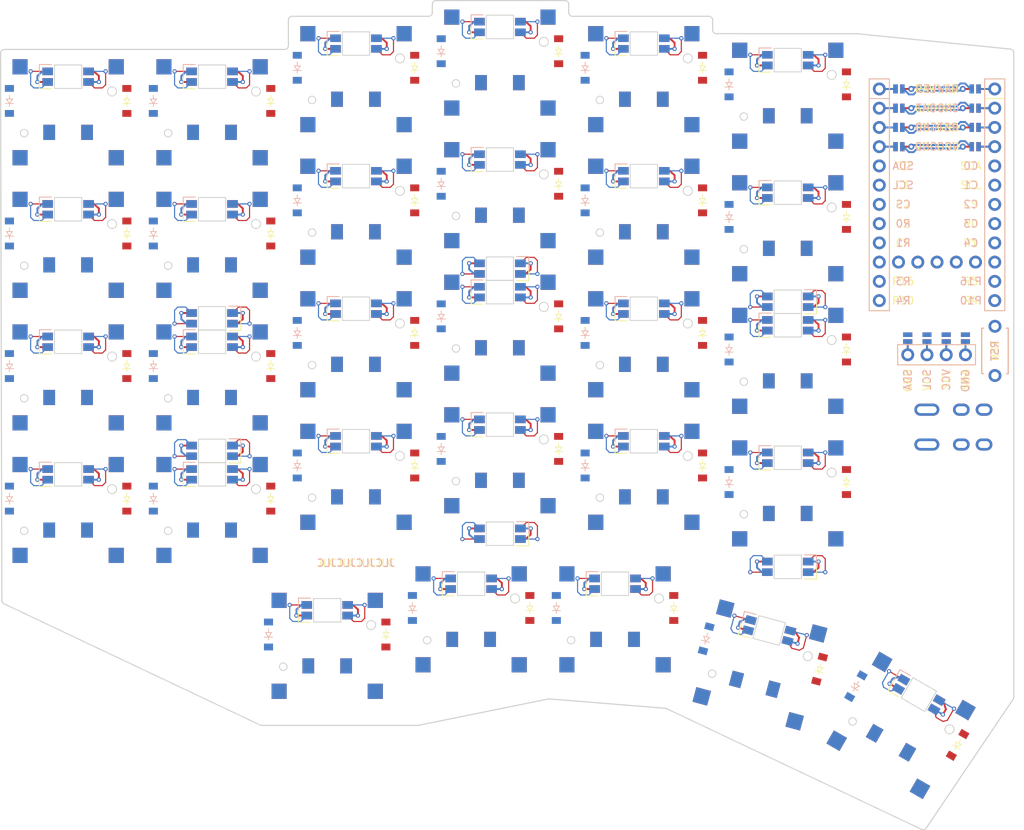
<source format=kicad_pcb>
(kicad_pcb (version 20240108) (generator "ergogen") (generator_version "4.1.0")
  (title_block (title "souffle") (date "2025-02-12") (rev "0.1") (company "fcoury (adapted from corney-island)"))
  (layers (0 "F.Cu" signal) (31 "B.Cu" signal) (34 "B.Paste" user) (35 "F.Paste" user) (36 "B.SilkS" user "B.Silkscreen") (37 "F.SilkS" user "F.Silkscreen") (38 "B.Mask" user) (39 "F.Mask" user) (44 "Edge.Cuts" user))
  (net 0 "")
  (net 1 "C0")
  (net 2 "outer_bottom_B")
  (net 3 "outer_home_B")
  (net 4 "outer_top_B")
  (net 5 "outer_number_B")
  (net 6 "C1")
  (net 7 "pinky_bottom_B")
  (net 8 "pinky_home_B")
  (net 9 "pinky_top_B")
  (net 10 "pinky_number_B")
  (net 11 "C2")
  (net 12 "ring_bottom_B")
  (net 13 "ring_home_B")
  (net 14 "ring_top_B")
  (net 15 "ring_number_B")
  (net 16 "C3")
  (net 17 "middle_bottom_B")
  (net 18 "middle_home_B")
  (net 19 "middle_top_B")
  (net 20 "middle_number_B")
  (net 21 "C4")
  (net 22 "index_bottom_B")
  (net 23 "index_home_B")
  (net 24 "index_top_B")
  (net 25 "index_number_B")
  (net 26 "C5")
  (net 27 "inner_bottom_B")
  (net 28 "inner_home_B")
  (net 29 "inner_top_B")
  (net 30 "inner_number_B")
  (net 31 "inward_home_B")
  (net 32 "mid_home_B")
  (net 33 "outward_home_B")
  (net 34 "extra_outward_home_B")
  (net 35 "big_outward_home_B")
  (net 36 "R3")
  (net 37 "R2")
  (net 38 "R1")
  (net 39 "R0")
  (net 40 "R4")
  (net 41 "outer_bottom_F")
  (net 42 "outer_home_F")
  (net 43 "outer_top_F")
  (net 44 "outer_number_F")
  (net 45 "pinky_bottom_F")
  (net 46 "pinky_home_F")
  (net 47 "pinky_top_F")
  (net 48 "pinky_number_F")
  (net 49 "ring_bottom_F")
  (net 50 "ring_home_F")
  (net 51 "ring_top_F")
  (net 52 "ring_number_F")
  (net 53 "middle_bottom_F")
  (net 54 "middle_home_F")
  (net 55 "middle_top_F")
  (net 56 "middle_number_F")
  (net 57 "index_bottom_F")
  (net 58 "index_home_F")
  (net 59 "index_top_F")
  (net 60 "index_number_F")
  (net 61 "inner_bottom_F")
  (net 62 "inner_home_F")
  (net 63 "inner_top_F")
  (net 64 "inner_number_F")
  (net 65 "inward_home_F")
  (net 66 "mid_home_F")
  (net 67 "outward_home_F")
  (net 68 "extra_outward_home_F")
  (net 69 "big_outward_home_F")
  (net 70 "RAW")
  (net 71 "GND")
  (net 72 "RST")
  (net 73 "VCC")
  (net 74 "P16")
  (net 75 "P10")
  (net 76 "LED")
  (net 77 "DAT")
  (net 78 "SDA")
  (net 79 "SCL")
  (net 80 "CS")
  (net 81 "P101")
  (net 82 "P102")
  (net 83 "P107")
  (net 84 "MCU1_24")
  (net 85 "MCU1_1")
  (net 86 "MCU1_23")
  (net 87 "MCU1_2")
  (net 88 "MCU1_22")
  (net 89 "MCU1_3")
  (net 90 "MCU1_21")
  (net 91 "MCU1_4")
  (net 92 "MCU1_20")
  (net 93 "MCU1_5")
  (net 94 "MCU1_19")
  (net 95 "MCU1_6")
  (net 96 "MCU1_18")
  (net 97 "MCU1_7")
  (net 98 "MCU1_17")
  (net 99 "MCU1_8")
  (net 100 "MCU1_16")
  (net 101 "MCU1_9")
  (net 102 "MCU1_15")
  (net 103 "MCU1_10")
  (net 104 "MCU1_14")
  (net 105 "MCU1_11")
  (net 106 "MCU1_13")
  (net 107 "MCU1_12")
  (net 108 "DISP1_1")
  (net 109 "DISP1_2")
  (net 110 "DISP1_3")
  (net 111 "DISP1_4")
  (net 112 "LED_35")
  (net 113 "LED_34")
  (net 114 "LED_33")
  (net 115 "LED_32")
  (net 116 "LED_31")
  (net 117 "LED_27")
  (net 118 "LED_26")
  (net 119 "LED_28")
  (net 120 "LED_29")
  (net 121 "LED_30")
  (net 122 "LED_25")
  (net 123 "LED_24")
  (net 124 "LED_23")
  (net 125 "LED_22")
  (net 126 "LED_19")
  (net 127 "LED_18")
  (net 128 "LED_20")
  (net 129 "LED_21")
  (net 130 "LED_10")
  (net 131 "LED_9")
  (net 132 "LED_8")
  (net 133 "LED_7")
  (net 134 "LED_6")
  (net 135 "LED_5")
  (net 136 "LED_2")
  (net 137 "LED_1")
  (net 138 "LED_3")
  (net 139 "LED_4")
  (net 140 "LED_17")
  (net 141 "LED_16")
  (net 142 "LED_15")
  (net 143 "LED_14")
  (net 144 "ULED_6")
  (net 145 "ULED_1")
  (net 146 "ULED_2")
  (net 147 "ULED_3")
  (net 148 "ULED_4")
  (net 149 "ULED_5")
  (footprint "ceoloide:mounting_hole_npth" (layer "F.Cu") (at 109.5 56.25 0)
    (property "Reference" "MH1" hide)
  )
  (footprint "ceoloide:mounting_hole_npth" (layer "F.Cu") (at 109.5 91.25 0)
    (property "Reference" "MH2" hide)
  )
  (footprint "ceoloide:mounting_hole_npth" (layer "F.Cu") (at 185.068 51.8235 0)
    (property "Reference" "MH3" hide)
  )
  (footprint "ceoloide:mounting_hole_npth" (layer "F.Cu") (at 185.068 86.8235 0)
    (property "Reference" "MH4" hide)
  )
  (footprint "ceoloide:mounting_hole_npth" (layer "F.Cu") (at 120.35699999999999 111.365 0)
    (property "Reference" "MH5" hide)
  )
  (footprint "CPG1316S01D02_mikeholscher" (layer "B.Cu") (at 100 100 0)
    (property "Reference" "S1" hide)
    (fp_circle (center -5.8 2.75) (end -5.3 2.75) (stroke (width 0.1)) (fill none) (layer "Edge.Cuts"))
    (fp_circle (center 5.8 -2.75) (end 6.4 -2.75) (stroke (width 0.1)) (fill none) (layer "Edge.Cuts"))
  )
  (footprint "CPG1316S01D02_mikeholscher" (layer "B.Cu") (at 100 82.5 0)
    (property "Reference" "S2" hide)
    (fp_circle (center -5.8 2.75) (end -5.3 2.75) (stroke (width 0.1)) (fill none) (layer "Edge.Cuts"))
    (fp_circle (center 5.8 -2.75) (end 6.4 -2.75) (stroke (width 0.1)) (fill none) (layer "Edge.Cuts"))
  )
  (footprint "CPG1316S01D02_mikeholscher" (layer "B.Cu") (at 100 65 0)
    (property "Reference" "S3" hide)
    (fp_circle (center -5.8 2.75) (end -5.3 2.75) (stroke (width 0.1)) (fill none) (layer "Edge.Cuts"))
    (fp_circle (center 5.8 -2.75) (end 6.4 -2.75) (stroke (width 0.1)) (fill none) (layer "Edge.Cuts"))
  )
  (footprint "CPG1316S01D02_mikeholscher" (layer "B.Cu") (at 100 47.5 0)
    (property "Reference" "S4" hide)
    (fp_circle (center -5.8 2.75) (end -5.3 2.75) (stroke (width 0.1)) (fill none) (layer "Edge.Cuts"))
    (fp_circle (center 5.8 -2.75) (end 6.4 -2.75) (stroke (width 0.1)) (fill none) (layer "Edge.Cuts"))
  )
  (footprint "CPG1316S01D02_mikeholscher" (layer "B.Cu") (at 119 100 0)
    (property "Reference" "S5" hide)
    (fp_circle (center -5.8 2.75) (end -5.3 2.75) (stroke (width 0.1)) (fill none) (layer "Edge.Cuts"))
    (fp_circle (center 5.8 -2.75) (end 6.4 -2.75) (stroke (width 0.1)) (fill none) (layer "Edge.Cuts"))
  )
  (footprint "CPG1316S01D02_mikeholscher" (layer "B.Cu") (at 119 82.5 0)
    (property "Reference" "S6" hide)
    (fp_circle (center -5.8 2.75) (end -5.3 2.75) (stroke (width 0.1)) (fill none) (layer "Edge.Cuts"))
    (fp_circle (center 5.8 -2.75) (end 6.4 -2.75) (stroke (width 0.1)) (fill none) (layer "Edge.Cuts"))
  )
  (footprint "CPG1316S01D02_mikeholscher" (layer "B.Cu") (at 119 65 0)
    (property "Reference" "S7" hide)
    (fp_circle (center -5.8 2.75) (end -5.3 2.75) (stroke (width 0.1)) (fill none) (layer "Edge.Cuts"))
    (fp_circle (center 5.8 -2.75) (end 6.4 -2.75) (stroke (width 0.1)) (fill none) (layer "Edge.Cuts"))
  )
  (footprint "CPG1316S01D02_mikeholscher" (layer "B.Cu") (at 119 47.5 0)
    (property "Reference" "S8" hide)
    (fp_circle (center -5.8 2.75) (end -5.3 2.75) (stroke (width 0.1)) (fill none) (layer "Edge.Cuts"))
    (fp_circle (center 5.8 -2.75) (end 6.4 -2.75) (stroke (width 0.1)) (fill none) (layer "Edge.Cuts"))
  )
  (footprint "CPG1316S01D02_mikeholscher" (layer "B.Cu") (at 138 95.625 0)
    (property "Reference" "S9" hide)
    (fp_circle (center -5.8 2.75) (end -5.3 2.75) (stroke (width 0.1)) (fill none) (layer "Edge.Cuts"))
    (fp_circle (center 5.8 -2.75) (end 6.4 -2.75) (stroke (width 0.1)) (fill none) (layer "Edge.Cuts"))
  )
  (footprint "CPG1316S01D02_mikeholscher" (layer "B.Cu") (at 138 78.125 0)
    (property "Reference" "S10" hide)
    (fp_circle (center -5.8 2.75) (end -5.3 2.75) (stroke (width 0.1)) (fill none) (layer "Edge.Cuts"))
    (fp_circle (center 5.8 -2.75) (end 6.4 -2.75) (stroke (width 0.1)) (fill none) (layer "Edge.Cuts"))
  )
  (footprint "CPG1316S01D02_mikeholscher" (layer "B.Cu") (at 138 60.625 0)
    (property "Reference" "S11" hide)
    (fp_circle (center -5.8 2.75) (end -5.3 2.75) (stroke (width 0.1)) (fill none) (layer "Edge.Cuts"))
    (fp_circle (center 5.8 -2.75) (end 6.4 -2.75) (stroke (width 0.1)) (fill none) (layer "Edge.Cuts"))
  )
  (footprint "CPG1316S01D02_mikeholscher" (layer "B.Cu") (at 138 43.125 0)
    (property "Reference" "S12" hide)
    (fp_circle (center -5.8 2.75) (end -5.3 2.75) (stroke (width 0.1)) (fill none) (layer "Edge.Cuts"))
    (fp_circle (center 5.8 -2.75) (end 6.4 -2.75) (stroke (width 0.1)) (fill none) (layer "Edge.Cuts"))
  )
  (footprint "CPG1316S01D02_mikeholscher" (layer "B.Cu") (at 157 93.4375 0)
    (property "Reference" "S13" hide)
    (fp_circle (center -5.8 2.75) (end -5.3 2.75) (stroke (width 0.1)) (fill none) (layer "Edge.Cuts"))
    (fp_circle (center 5.8 -2.75) (end 6.4 -2.75) (stroke (width 0.1)) (fill none) (layer "Edge.Cuts"))
  )
  (footprint "CPG1316S01D02_mikeholscher" (layer "B.Cu") (at 157 75.9375 0)
    (property "Reference" "S14" hide)
    (fp_circle (center -5.8 2.75) (end -5.3 2.75) (stroke (width 0.1)) (fill none) (layer "Edge.Cuts"))
    (fp_circle (center 5.8 -2.75) (end 6.4 -2.75) (stroke (width 0.1)) (fill none) (layer "Edge.Cuts"))
  )
  (footprint "CPG1316S01D02_mikeholscher" (layer "B.Cu") (at 157 58.4375 0)
    (property "Reference" "S15" hide)
    (fp_circle (center -5.8 2.75) (end -5.3 2.75) (stroke (width 0.1)) (fill none) (layer "Edge.Cuts"))
    (fp_circle (center 5.8 -2.75) (end 6.4 -2.75) (stroke (width 0.1)) (fill none) (layer "Edge.Cuts"))
  )
  (footprint "CPG1316S01D02_mikeholscher" (layer "B.Cu") (at 157 40.9375 0)
    (property "Reference" "S16" hide)
    (fp_circle (center -5.8 2.75) (end -5.3 2.75) (stroke (width 0.1)) (fill none) (layer "Edge.Cuts"))
    (fp_circle (center 5.8 -2.75) (end 6.4 -2.75) (stroke (width 0.1)) (fill none) (layer "Edge.Cuts"))
  )
  (footprint "CPG1316S01D02_mikeholscher" (layer "B.Cu") (at 176 95.625 0)
    (property "Reference" "S17" hide)
    (fp_circle (center -5.8 2.75) (end -5.3 2.75) (stroke (width 0.1)) (fill none) (layer "Edge.Cuts"))
    (fp_circle (center 5.8 -2.75) (end 6.4 -2.75) (stroke (width 0.1)) (fill none) (layer "Edge.Cuts"))
  )
  (footprint "CPG1316S01D02_mikeholscher" (layer "B.Cu") (at 176 78.125 0)
    (property "Reference" "S18" hide)
    (fp_circle (center -5.8 2.75) (end -5.3 2.75) (stroke (width 0.1)) (fill none) (layer "Edge.Cuts"))
    (fp_circle (center 5.8 -2.75) (end 6.4 -2.75) (stroke (width 0.1)) (fill none) (layer "Edge.Cuts"))
  )
  (footprint "CPG1316S01D02_mikeholscher" (layer "B.Cu") (at 176 60.625 0)
    (property "Reference" "S19" hide)
    (fp_circle (center -5.8 2.75) (end -5.3 2.75) (stroke (width 0.1)) (fill none) (layer "Edge.Cuts"))
    (fp_circle (center 5.8 -2.75) (end 6.4 -2.75) (stroke (width 0.1)) (fill none) (layer "Edge.Cuts"))
  )
  (footprint "CPG1316S01D02_mikeholscher" (layer "B.Cu") (at 176 43.125 0)
    (property "Reference" "S20" hide)
    (fp_circle (center -5.8 2.75) (end -5.3 2.75) (stroke (width 0.1)) (fill none) (layer "Edge.Cuts"))
    (fp_circle (center 5.8 -2.75) (end 6.4 -2.75) (stroke (width 0.1)) (fill none) (layer "Edge.Cuts"))
  )
  (footprint "CPG1316S01D02_mikeholscher" (layer "B.Cu") (at 195 97.8125 0)
    (property "Reference" "S21" hide)
    (fp_circle (center -5.8 2.75) (end -5.3 2.75) (stroke (width 0.1)) (fill none) (layer "Edge.Cuts"))
    (fp_circle (center 5.8 -2.75) (end 6.4 -2.75) (stroke (width 0.1)) (fill none) (layer "Edge.Cuts"))
  )
  (footprint "CPG1316S01D02_mikeholscher" (layer "B.Cu") (at 195 80.3125 0)
    (property "Reference" "S22" hide)
    (fp_circle (center -5.8 2.75) (end -5.3 2.75) (stroke (width 0.1)) (fill none) (layer "Edge.Cuts"))
    (fp_circle (center 5.8 -2.75) (end 6.4 -2.75) (stroke (width 0.1)) (fill none) (layer "Edge.Cuts"))
  )
  (footprint "CPG1316S01D02_mikeholscher" (layer "B.Cu") (at 195 62.8125 0)
    (property "Reference" "S23" hide)
    (fp_circle (center -5.8 2.75) (end -5.3 2.75) (stroke (width 0.1)) (fill none) (layer "Edge.Cuts"))
    (fp_circle (center 5.8 -2.75) (end 6.4 -2.75) (stroke (width 0.1)) (fill none) (layer "Edge.Cuts"))
  )
  (footprint "CPG1316S01D02_mikeholscher" (layer "B.Cu") (at 195 45.3125 0)
    (property "Reference" "S24" hide)
    (fp_circle (center -5.8 2.75) (end -5.3 2.75) (stroke (width 0.1)) (fill none) (layer "Edge.Cuts"))
    (fp_circle (center 5.8 -2.75) (end 6.4 -2.75) (stroke (width 0.1)) (fill none) (layer "Edge.Cuts"))
  )
  (footprint "CPG1316S01D02_mikeholscher" (layer "B.Cu") (at 134.2 117.9375 0)
    (property "Reference" "S25" hide)
    (fp_circle (center -5.8 2.75) (end -5.3 2.75) (stroke (width 0.1)) (fill none) (layer "Edge.Cuts"))
    (fp_circle (center 5.8 -2.75) (end 6.4 -2.75) (stroke (width 0.1)) (fill none) (layer "Edge.Cuts"))
  )
  (footprint "CPG1316S01D02_mikeholscher" (layer "B.Cu") (at 153.2 114.4375 0)
    (property "Reference" "S26" hide)
    (fp_circle (center -5.8 2.75) (end -5.3 2.75) (stroke (width 0.1)) (fill none) (layer "Edge.Cuts"))
    (fp_circle (center 5.8 -2.75) (end 6.4 -2.75) (stroke (width 0.1)) (fill none) (layer "Edge.Cuts"))
  )
  (footprint "CPG1316S01D02_mikeholscher" (layer "B.Cu") (at 172.2 114.4375 0)
    (property "Reference" "S27" hide)
    (fp_circle (center -5.8 2.75) (end -5.3 2.75) (stroke (width 0.1)) (fill none) (layer "Edge.Cuts"))
    (fp_circle (center 5.8 -2.75) (end 6.4 -2.75) (stroke (width 0.1)) (fill none) (layer "Edge.Cuts"))
  )
  (footprint "CPG1316S01D02_mikeholscher" (layer "B.Cu") (at 191.3294819 120.4539876 -15)
    (property "Reference" "S28" hide)
    (fp_circle (center -5.8 2.75) (end -5.3 2.75) (stroke (width 0.1)) (fill none) (layer "Edge.Cuts"))
    (fp_circle (center 5.8 -2.75) (end 6.4 -2.75) (stroke (width 0.1)) (fill none) (layer "Edge.Cuts"))
  )
  (footprint "CPG1316S01D02_mikeholscher" (layer "B.Cu") (at 209.9571424 128.4361508 -30)
    (property "Reference" "S29" hide)
    (fp_circle (center -5.8 2.75) (end -5.3 2.75) (stroke (width 0.1)) (fill none) (layer "Edge.Cuts"))
    (fp_circle (center 5.8 -2.75) (end 6.4 -2.75) (stroke (width 0.1)) (fill none) (layer "Edge.Cuts"))
  )
  (footprint "ceoloide:diode_tht_sod123" (layer "B.Cu") (at 92.25 98.5 90)
    (property "Reference" "D1" hide)
  )
  (footprint "ceoloide:diode_tht_sod123" (layer "B.Cu") (at 92.25 81 90)
    (property "Reference" "D2" hide)
  )
  (footprint "ceoloide:diode_tht_sod123" (layer "B.Cu") (at 92.25 63.5 90)
    (property "Reference" "D3" hide)
  )
  (footprint "ceoloide:diode_tht_sod123" (layer "B.Cu") (at 92.25 46 90)
    (property "Reference" "D4" hide)
  )
  (footprint "ceoloide:diode_tht_sod123" (layer "B.Cu") (at 111.25 98.5 90)
    (property "Reference" "D5" hide)
  )
  (footprint "ceoloide:diode_tht_sod123" (layer "B.Cu") (at 111.25 81 90)
    (property "Reference" "D6" hide)
  )
  (footprint "ceoloide:diode_tht_sod123" (layer "B.Cu") (at 111.25 63.5 90)
    (property "Reference" "D7" hide)
  )
  (footprint "ceoloide:diode_tht_sod123" (layer "B.Cu") (at 111.25 46 90)
    (property "Reference" "D8" hide)
  )
  (footprint "ceoloide:diode_tht_sod123" (layer "B.Cu") (at 130.25 94.125 90)
    (property "Reference" "D9" hide)
  )
  (footprint "ceoloide:diode_tht_sod123" (layer "B.Cu") (at 130.25 76.625 90)
    (property "Reference" "D10" hide)
  )
  (footprint "ceoloide:diode_tht_sod123" (layer "B.Cu") (at 130.25 59.125 90)
    (property "Reference" "D11" hide)
  )
  (footprint "ceoloide:diode_tht_sod123" (layer "B.Cu") (at 130.25 41.625 90)
    (property "Reference" "D12" hide)
  )
  (footprint "ceoloide:diode_tht_sod123" (layer "B.Cu") (at 149.25 91.9375 90)
    (property "Reference" "D13" hide)
  )
  (footprint "ceoloide:diode_tht_sod123" (layer "B.Cu") (at 149.25 74.4375 90)
    (property "Reference" "D14" hide)
  )
  (footprint "ceoloide:diode_tht_sod123" (layer "B.Cu") (at 149.25 56.9375 90)
    (property "Reference" "D15" hide)
  )
  (footprint "ceoloide:diode_tht_sod123" (layer "B.Cu") (at 149.25 39.4375 90)
    (property "Reference" "D16" hide)
  )
  (footprint "ceoloide:diode_tht_sod123" (layer "B.Cu") (at 168.25 94.125 90)
    (property "Reference" "D17" hide)
  )
  (footprint "ceoloide:diode_tht_sod123" (layer "B.Cu") (at 168.25 76.625 90)
    (property "Reference" "D18" hide)
  )
  (footprint "ceoloide:diode_tht_sod123" (layer "B.Cu") (at 168.25 59.125 90)
    (property "Reference" "D19" hide)
  )
  (footprint "ceoloide:diode_tht_sod123" (layer "B.Cu") (at 168.25 41.625 90)
    (property "Reference" "D20" hide)
  )
  (footprint "ceoloide:diode_tht_sod123" (layer "B.Cu") (at 187.25 96.3125 90)
    (property "Reference" "D21" hide)
  )
  (footprint "ceoloide:diode_tht_sod123" (layer "B.Cu") (at 187.25 78.8125 90)
    (property "Reference" "D22" hide)
  )
  (footprint "ceoloide:diode_tht_sod123" (layer "B.Cu") (at 187.25 61.3125 90)
    (property "Reference" "D23" hide)
  )
  (footprint "ceoloide:diode_tht_sod123" (layer "B.Cu") (at 187.25 43.8125 90)
    (property "Reference" "D24" hide)
  )
  (footprint "ceoloide:diode_tht_sod123" (layer "B.Cu") (at 126.44999999999999 116.4375 90)
    (property "Reference" "D25" hide)
  )
  (footprint "ceoloide:diode_tht_sod123" (layer "B.Cu") (at 145.45 112.9375 90)
    (property "Reference" "D26" hide)
  )
  (footprint "ceoloide:diode_tht_sod123" (layer "B.Cu") (at 164.45 112.9375 90)
    (property "Reference" "D27" hide)
  )
  (footprint "ceoloide:diode_tht_sod123" (layer "B.Cu") (at 184.23178529999998 116.99925130000001 75)
    (property "Reference" "D28" hide)
  )
  (footprint "ceoloide:diode_tht_sod123" (layer "B.Cu") (at 203.99544550000002 123.2621127 60)
    (property "Reference" "D29" hide)
  )
  (footprint "CPG1316S01D02_mikeholscher" (layer "F.Cu") (at 100 100 0)
    (property "Reference" "S30" hide)
    (fp_circle (center -5.8 2.75) (end -5.3 2.75) (stroke (width 0.1)) (fill none) (layer "Edge.Cuts"))
    (fp_circle (center 5.8 -2.75) (end 6.4 -2.75) (stroke (width 0.1)) (fill none) (layer "Edge.Cuts"))
  )
  (footprint "CPG1316S01D02_mikeholscher" (layer "F.Cu") (at 100 82.5 0)
    (property "Reference" "S31" hide)
    (fp_circle (center -5.8 2.75) (end -5.3 2.75) (stroke (width 0.1)) (fill none) (layer "Edge.Cuts"))
    (fp_circle (center 5.8 -2.75) (end 6.4 -2.75) (stroke (width 0.1)) (fill none) (layer "Edge.Cuts"))
  )
  (footprint "CPG1316S01D02_mikeholscher" (layer "F.Cu") (at 100 65 0)
    (property "Reference" "S32" hide)
    (fp_circle (center -5.8 2.75) (end -5.3 2.75) (stroke (width 0.1)) (fill none) (layer "Edge.Cuts"))
    (fp_circle (center 5.8 -2.75) (end 6.4 -2.75) (stroke (width 0.1)) (fill none) (layer "Edge.Cuts"))
  )
  (footprint "CPG1316S01D02_mikeholscher" (layer "F.Cu") (at 100 47.5 0)
    (property "Reference" "S33" hide)
    (fp_circle (center -5.8 2.75) (end -5.3 2.75) (stroke (width 0.1)) (fill none) (layer "Edge.Cuts"))
    (fp_circle (center 5.8 -2.75) (end 6.4 -2.75) (stroke (width 0.1)) (fill none) (layer "Edge.Cuts"))
  )
  (footprint "CPG1316S01D02_mikeholscher" (layer "F.Cu") (at 119 100 0)
    (property "Reference" "S34" hide)
    (fp_circle (center -5.8 2.75) (end -5.3 2.75) (stroke (width 0.1)) (fill none) (layer "Edge.Cuts"))
    (fp_circle (center 5.8 -2.75) (end 6.4 -2.75) (stroke (width 0.1)) (fill none) (layer "Edge.Cuts"))
  )
  (footprint "CPG1316S01D02_mikeholscher" (layer "F.Cu") (at 119 82.5 0)
    (property "Reference" "S35" hide)
    (fp_circle (center -5.8 2.75) (end -5.3 2.75) (stroke (width 0.1)) (fill none) (layer "Edge.Cuts"))
    (fp_circle (center 5.8 -2.75) (end 6.4 -2.75) (stroke (width 0.1)) (fill none) (layer "Edge.Cuts"))
  )
  (footprint "CPG1316S01D02_mikeholscher" (layer "F.Cu") (at 119 65 0)
    (property "Reference" "S36" hide)
    (fp_circle (center -5.8 2.75) (end -5.3 2.75) (stroke (width 0.1)) (fill none) (layer "Edge.Cuts"))
    (fp_circle (center 5.8 -2.75) (end 6.4 -2.75) (stroke (width 0.1)) (fill none) (layer "Edge.Cuts"))
  )
  (footprint "CPG1316S01D02_mikeholscher" (layer "F.Cu") (at 119 47.5 0)
    (property "Reference" "S37" hide)
    (fp_circle (center -5.8 2.75) (end -5.3 2.75) (stroke (width 0.1)) (fill none) (layer "Edge.Cuts"))
    (fp_circle (center 5.8 -2.75) (end 6.4 -2.75) (stroke (width 0.1)) (fill none) (layer "Edge.Cuts"))
  )
  (footprint "CPG1316S01D02_mikeholscher" (layer "F.Cu") (at 138 95.625 0)
    (property "Reference" "S38" hide)
    (fp_circle (center -5.8 2.75) (end -5.3 2.75) (stroke (width 0.1)) (fill none) (layer "Edge.Cuts"))
    (fp_circle (center 5.8 -2.75) (end 6.4 -2.75) (stroke (width 0.1)) (fill none) (layer "Edge.Cuts"))
  )
  (footprint "CPG1316S01D02_mikeholscher" (layer "F.Cu") (at 138 78.125 0)
    (property "Reference" "S39" hide)
    (fp_circle (center -5.8 2.75) (end -5.3 2.75) (stroke (width 0.1)) (fill none) (layer "Edge.Cuts"))
    (fp_circle (center 5.8 -2.75) (end 6.4 -2.75) (stroke (width 0.1)) (fill none) (layer "Edge.Cuts"))
  )
  (footprint "CPG1316S01D02_mikeholscher" (layer "F.Cu") (at 138 60.625 0)
    (property "Reference" "S40" hide)
    (fp_circle (center -5.8 2.75) (end -5.3 2.75) (stroke (width 0.1)) (fill none) (layer "Edge.Cuts"))
    (fp_circle (center 5.8 -2.75) (end 6.4 -2.75) (stroke (width 0.1)) (fill none) (layer "Edge.Cuts"))
  )
  (footprint "CPG1316S01D02_mikeholscher" (layer "F.Cu") (at 138 43.125 0)
    (property "Reference" "S41" hide)
    (fp_circle (center -5.8 2.75) (end -5.3 2.75) (stroke (width 0.1)) (fill none) (layer "Edge.Cuts"))
    (fp_circle (center 5.8 -2.75) (end 6.4 -2.75) (stroke (width 0.1)) (fill none) (layer "Edge.Cuts"))
  )
  (footprint "CPG1316S01D02_mikeholscher" (layer "F.Cu") (at 157 93.4375 0)
    (property "Reference" "S42" hide)
    (fp_circle (center -5.8 2.75) (end -5.3 2.75) (stroke (width 0.1)) (fill none) (layer "Edge.Cuts"))
    (fp_circle (center 5.8 -2.75) (end 6.4 -2.75) (stroke (width 0.1)) (fill none) (layer "Edge.Cuts"))
  )
  (footprint "CPG1316S01D02_mikeholscher" (layer "F.Cu") (at 157 75.9375 0)
    (property "Reference" "S43" hide)
    (fp_circle (center -5.8 2.75) (end -5.3 2.75) (stroke (width 0.1)) (fill none) (layer "Edge.Cuts"))
    (fp_circle (center 5.8 -2.75) (end 6.4 -2.75) (stroke (width 0.1)) (fill none) (layer "Edge.Cuts"))
  )
  (footprint "CPG1316S01D02_mikeholscher" (layer "F.Cu") (at 157 58.4375 0)
    (property "Reference" "S44" hide)
    (fp_circle (center -5.8 2.75) (end -5.3 2.75) (stroke (width 0.1)) (fill none) (layer "Edge.Cuts"))
    (fp_circle (center 5.8 -2.75) (end 6.4 -2.75) (stroke (width 0.1)) (fill none) (layer "Edge.Cuts"))
  )
  (footprint "CPG1316S01D02_mikeholscher" (layer "F.Cu") (at 157 40.9375 0)
    (property "Reference" "S45" hide)
    (fp_circle (center -5.8 2.75) (end -5.3 2.75) (stroke (width 0.1)) (fill none) (layer "Edge.Cuts"))
    (fp_circle (center 5.8 -2.75) (end 6.4 -2.75) (stroke (width 0.1)) (fill none) (layer "Edge.Cuts"))
  )
  (footprint "CPG1316S01D02_mikeholscher" (layer "F.Cu") (at 176 95.625 0)
    (property "Reference" "S46" hide)
    (fp_circle (center -5.8 2.75) (end -5.3 2.75) (stroke (width 0.1)) (fill none) (layer "Edge.Cuts"))
    (fp_circle (center 5.8 -2.75) (end 6.4 -2.75) (stroke (width 0.1)) (fill none) (layer "Edge.Cuts"))
  )
  (footprint "CPG1316S01D02_mikeholscher" (layer "F.Cu") (at 176 78.125 0)
    (property "Reference" "S47" hide)
    (fp_circle (center -5.8 2.75) (end -5.3 2.75) (stroke (width 0.1)) (fill none) (layer "Edge.Cuts"))
    (fp_circle (center 5.8 -2.75) (end 6.4 -2.75) (stroke (width 0.1)) (fill none) (layer "Edge.Cuts"))
  )
  (footprint "CPG1316S01D02_mikeholscher" (layer "F.Cu") (at 176 60.625 0)
    (property "Reference" "S48" hide)
    (fp_circle (center -5.8 2.75) (end -5.3 2.75) (stroke (width 0.1)) (fill none) (layer "Edge.Cuts"))
    (fp_circle (center 5.8 -2.75) (end 6.4 -2.75) (stroke (width 0.1)) (fill none) (layer "Edge.Cuts"))
  )
  (footprint "CPG1316S01D02_mikeholscher" (layer "F.Cu") (at 176 43.125 0)
    (property "Reference" "S49" hide)
    (fp_circle (center -5.8 2.75) (end -5.3 2.75) (stroke (width 0.1)) (fill none) (layer "Edge.Cuts"))
    (fp_circle (center 5.8 -2.75) (end 6.4 -2.75) (stroke (width 0.1)) (fill none) (layer "Edge.Cuts"))
  )
  (footprint "CPG1316S01D02_mikeholscher" (layer "F.Cu") (at 195 97.8125 0)
    (property "Reference" "S50" hide)
    (fp_circle (center -5.8 2.75) (end -5.3 2.75) (stroke (width 0.1)) (fill none) (layer "Edge.Cuts"))
    (fp_circle (center 5.8 -2.75) (end 6.4 -2.75) (stroke (width 0.1)) (fill none) (layer "Edge.Cuts"))
  )
  (footprint "CPG1316S01D02_mikeholscher" (layer "F.Cu") (at 195 80.3125 0)
    (property "Reference" "S51" hide)
    (fp_circle (center -5.8 2.75) (end -5.3 2.75) (stroke (width 0.1)) (fill none) (layer "Edge.Cuts"))
    (fp_circle (center 5.8 -2.75) (end 6.4 -2.75) (stroke (width 0.1)) (fill none) (layer "Edge.Cuts"))
  )
  (footprint "CPG1316S01D02_mikeholscher" (layer "F.Cu") (at 195 62.8125 0)
    (property "Reference" "S52" hide)
    (fp_circle (center -5.8 2.75) (end -5.3 2.75) (stroke (width 0.1)) (fill none) (layer "Edge.Cuts"))
    (fp_circle (center 5.8 -2.75) (end 6.4 -2.75) (stroke (width 0.1)) (fill none) (layer "Edge.Cuts"))
  )
  (footprint "CPG1316S01D02_mikeholscher" (layer "F.Cu") (at 195 45.3125 0)
    (property "Reference" "S53" hide)
    (fp_circle (center -5.8 2.75) (end -5.3 2.75) (stroke (width 0.1)) (fill none) (layer "Edge.Cuts"))
    (fp_circle (center 5.8 -2.75) (end 6.4 -2.75) (stroke (width 0.1)) (fill none) (layer "Edge.Cuts"))
  )
  (footprint "CPG1316S01D02_mikeholscher" (layer "F.Cu") (at 134.2 117.9375 0)
    (property "Reference" "S54" hide)
    (fp_circle (center -5.8 2.75) (end -5.3 2.75) (stroke (width 0.1)) (fill none) (layer "Edge.Cuts"))
    (fp_circle (center 5.8 -2.75) (end 6.4 -2.75) (stroke (width 0.1)) (fill none) (layer "Edge.Cuts"))
  )
  (footprint "CPG1316S01D02_mikeholscher" (layer "F.Cu") (at 153.2 114.4375 0)
    (property "Reference" "S55" hide)
    (fp_circle (center -5.8 2.75) (end -5.3 2.75) (stroke (width 0.1)) (fill none) (layer "Edge.Cuts"))
    (fp_circle (center 5.8 -2.75) (end 6.4 -2.75) (stroke (width 0.1)) (fill none) (layer "Edge.Cuts"))
  )
  (footprint "CPG1316S01D02_mikeholscher" (layer "F.Cu") (at 172.2 114.4375 0)
    (property "Reference" "S56" hide)
    (fp_circle (center -5.8 2.75) (end -5.3 2.75) (stroke (width 0.1)) (fill none) (layer "Edge.Cuts"))
    (fp_circle (center 5.8 -2.75) (end 6.4 -2.75) (stroke (width 0.1)) (fill none) (layer "Edge.Cuts"))
  )
  (footprint "CPG1316S01D02_mikeholscher" (layer "F.Cu") (at 191.3294819 120.4539876 -15)
    (property "Reference" "S57" hide)
    (fp_circle (center -5.8 2.75) (end -5.3 2.75) (stroke (width 0.1)) (fill none) (layer "Edge.Cuts"))
    (fp_circle (center 5.8 -2.75) (end 6.4 -2.75) (stroke (width 0.1)) (fill none) (layer "Edge.Cuts"))
  )
  (footprint "CPG1316S01D02_mikeholscher" (layer "F.Cu") (at 209.9571424 128.4361508 -30)
    (property "Reference" "S58" hide)
    (fp_circle (center -5.8 2.75) (end -5.3 2.75) (stroke (width 0.1)) (fill none) (layer "Edge.Cuts"))
    (fp_circle (center 5.8 -2.75) (end 6.4 -2.75) (stroke (width 0.1)) (fill none) (layer "Edge.Cuts"))
  )
  (footprint "ceoloide:diode_tht_sod123" (layer "F.Cu") (at 107.75 98.5 90)
    (property "Reference" "D30" hide)
  )
  (footprint "ceoloide:diode_tht_sod123" (layer "F.Cu") (at 107.75 81 90)
    (property "Reference" "D31" hide)
  )
  (footprint "ceoloide:diode_tht_sod123" (layer "F.Cu") (at 107.75 63.5 90)
    (property "Reference" "D32" hide)
  )
  (footprint "ceoloide:diode_tht_sod123" (layer "F.Cu") (at 107.75 46 90)
    (property "Reference" "D33" hide)
  )
  (footprint "ceoloide:diode_tht_sod123" (layer "F.Cu") (at 126.75 98.5 90)
    (property "Reference" "D34" hide)
  )
  (footprint "ceoloide:diode_tht_sod123" (layer "F.Cu") (at 126.75 81 90)
    (property "Reference" "D35" hide)
  )
  (footprint "ceoloide:diode_tht_sod123" (layer "F.Cu") (at 126.75 63.5 90)
    (property "Reference" "D36" hide)
  )
  (footprint "ceoloide:diode_tht_sod123" (layer "F.Cu") (at 126.75 46 90)
    (property "Reference" "D37" hide)
  )
  (footprint "ceoloide:diode_tht_sod123" (layer "F.Cu") (at 145.75 94.125 90)
    (property "Reference" "D38" hide)
  )
  (footprint "ceoloide:diode_tht_sod123" (layer "F.Cu") (at 145.75 76.625 90)
    (property "Reference" "D39" hide)
  )
  (footprint "ceoloide:diode_tht_sod123" (layer "F.Cu") (at 145.75 59.125 90)
    (property "Reference" "D40" hide)
  )
  (footprint "ceoloide:diode_tht_sod123" (layer "F.Cu") (at 145.75 41.625 90)
    (property "Reference" "D41" hide)
  )
  (footprint "ceoloide:diode_tht_sod123" (layer "F.Cu") (at 164.75 91.9375 90)
    (property "Reference" "D42" hide)
  )
  (footprint "ceoloide:diode_tht_sod123" (layer "F.Cu") (at 164.75 74.4375 90)
    (property "Reference" "D43" hide)
  )
  (footprint "ceoloide:diode_tht_sod123" (layer "F.Cu") (at 164.75 56.9375 90)
    (property "Reference" "D44" hide)
  )
  (footprint "ceoloide:diode_tht_sod123" (layer "F.Cu") (at 164.75 39.4375 90)
    (property "Reference" "D45" hide)
  )
  (footprint "ceoloide:diode_tht_sod123" (layer "F.Cu") (at 183.75 94.125 90)
    (property "Reference" "D46" hide)
  )
  (footprint "ceoloide:diode_tht_sod123" (layer "F.Cu") (at 183.75 76.625 90)
    (property "Reference" "D47" hide)
  )
  (footprint "ceoloide:diode_tht_sod123" (layer "F.Cu") (at 183.75 59.125 90)
    (property "Reference" "D48" hide)
  )
  (footprint "ceoloide:diode_tht_sod123" (layer "F.Cu") (at 183.75 41.625 90)
    (property "Reference" "D49" hide)
  )
  (footprint "ceoloide:diode_tht_sod123" (layer "F.Cu") (at 202.75 96.3125 90)
    (property "Reference" "D50" hide)
  )
  (footprint "ceoloide:diode_tht_sod123" (layer "F.Cu") (at 202.75 78.8125 90)
    (property "Reference" "D51" hide)
  )
  (footprint "ceoloide:diode_tht_sod123" (layer "F.Cu") (at 202.75 61.3125 90)
    (property "Reference" "D52" hide)
  )
  (footprint "ceoloide:diode_tht_sod123" (layer "F.Cu") (at 202.75 43.8125 90)
    (property "Reference" "D53" hide)
  )
  (footprint "ceoloide:diode_tht_sod123" (layer "F.Cu") (at 141.95 116.4375 90)
    (property "Reference" "D54" hide)
  )
  (footprint "ceoloide:diode_tht_sod123" (layer "F.Cu") (at 160.95 112.9375 90)
    (property "Reference" "D55" hide)
  )
  (footprint "ceoloide:diode_tht_sod123" (layer "F.Cu") (at 179.95 112.9375 90)
    (property "Reference" "D56" hide)
  )
  (footprint "ceoloide:diode_tht_sod123" (layer "F.Cu") (at 199.20363559999998 121.0109465 75)
    (property "Reference" "D57" hide)
  )
  (footprint "ceoloide:diode_tht_sod123" (layer "F.Cu") (at 217.4188393 131.01211270000002 60)
    (property "Reference" "D58" hide)
  )
  (footprint "ceoloide:mcu_nice_nano" (layer "F.Cu") (at 214.704 57.12 0)
    (property "Reference" "MCU1" hide)
  )
  (segment (start 219.28400000000002 44.42) (end 218.104 44.42) (width 0.25) (layer "F.Cu"))
  (segment (start 210.124 44.42) (end 211.304 44.42) (width 0.25) (layer "F.Cu"))
  (segment (start 207.084 44.42) (end 209.204 44.42) (width 0.25) (layer "F.Cu"))
  (segment (start 207.084 44.42) (end 209.204 44.42) (width 0.25) (layer "B.Cu"))
  (segment (start 220.204 44.42) (end 222.324 44.42) (width 0.25) (layer "F.Cu"))
  (segment (start 222.324 44.42) (end 220.204 44.42) (width 0.25) (layer "B.Cu"))
  (segment (start 212.09930500000002 44.65) (end 217.874 44.65) (width 0.25) (layer "B.Cu"))
  (segment (start 209.929 44.42) (end 210.278695 44.42) (width 0.25) (layer "B.Cu"))
  (segment (start 211.003695 45.144999999999996) (end 211.604305 45.144999999999996) (width 0.25) (layer "B.Cu"))
  (segment (start 210.278695 44.42) (end 211.003695 45.144999999999996) (width 0.25) (layer "B.Cu"))
  (segment (start 211.604305 45.144999999999996) (end 212.09930500000002 44.65) (width 0.25) (layer "B.Cu"))
  (segment (start 219.479 44.42) (end 219.12930500000002 44.42) (width 0.25) (layer "B.Cu"))
  (segment (start 217.298695 44.199999999999996) (end 211.524 44.199999999999996) (width 0.25) (layer "B.Cu"))
  (segment (start 219.12930500000002 44.42) (end 218.40430500000002 43.69499999999999) (width 0.25) (layer "B.Cu"))
  (segment (start 218.40430500000002 43.69499999999999) (end 217.803695 43.69499999999999) (width 0.25) (layer "B.Cu"))
  (segment (start 217.803695 43.69499999999999) (end 217.298695 44.199999999999996) (width 0.25) (layer "B.Cu"))
  (segment (start 219.28400000000002 46.959999999999994) (end 218.104 46.959999999999994) (width 0.25) (layer "F.Cu"))
  (segment (start 210.124 46.959999999999994) (end 211.304 46.959999999999994) (width 0.25) (layer "F.Cu"))
  (segment (start 207.084 46.959999999999994) (end 209.204 46.959999999999994) (width 0.25) (layer "F.Cu"))
  (segment (start 207.084 46.959999999999994) (end 209.204 46.959999999999994) (width 0.25) (layer "B.Cu"))
  (segment (start 220.204 46.959999999999994) (end 222.324 46.959999999999994) (width 0.25) (layer "F.Cu"))
  (segment (start 222.324 46.959999999999994) (end 220.204 46.959999999999994) (width 0.25) (layer "B.Cu"))
  (segment (start 212.09930500000002 47.19) (end 217.874 47.19) (width 0.25) (layer "B.Cu"))
  (segment (start 209.929 46.959999999999994) (end 210.278695 46.959999999999994) (width 0.25) (layer "B.Cu"))
  (segment (start 211.003695 47.684999999999995) (end 211.604305 47.684999999999995) (width 0.25) (layer "B.Cu"))
  (segment (start 210.278695 46.959999999999994) (end 211.003695 47.684999999999995) (width 0.25) (layer "B.Cu"))
  (segment (start 211.604305 47.684999999999995) (end 212.09930500000002 47.19) (width 0.25) (layer "B.Cu"))
  (segment (start 219.479 46.959999999999994) (end 219.12930500000002 46.959999999999994) (width 0.25) (layer "B.Cu"))
  (segment (start 217.298695 46.739999999999995) (end 211.524 46.739999999999995) (width 0.25) (layer "B.Cu"))
  (segment (start 219.12930500000002 46.959999999999994) (end 218.40430500000002 46.235) (width 0.25) (layer "B.Cu"))
  (segment (start 218.40430500000002 46.235) (end 217.803695 46.235) (width 0.25) (layer "B.Cu"))
  (segment (start 217.803695 46.235) (end 217.298695 46.739999999999995) (width 0.25) (layer "B.Cu"))
  (segment (start 219.28400000000002 49.5) (end 218.104 49.5) (width 0.25) (layer "F.Cu"))
  (segment (start 210.124 49.5) (end 211.304 49.5) (width 0.25) (layer "F.Cu"))
  (segment (start 207.084 49.5) (end 209.204 49.5) (width 0.25) (layer "F.Cu"))
  (segment (start 207.084 49.5) (end 209.204 49.5) (width 0.25) (layer "B.Cu"))
  (segment (start 220.204 49.5) (end 222.324 49.5) (width 0.25) (layer "F.Cu"))
  (segment (start 222.324 49.5) (end 220.204 49.5) (width 0.25) (layer "B.Cu"))
  (segment (start 212.09930500000002 49.73) (end 217.874 49.73) (width 0.25) (layer "B.Cu"))
  (segment (start 209.929 49.5) (end 210.278695 49.5) (width 0.25) (layer "B.Cu"))
  (segment (start 211.003695 50.224999999999994) (end 211.604305 50.224999999999994) (width 0.25) (layer "B.Cu"))
  (segment (start 210.278695 49.5) (end 211.003695 50.224999999999994) (width 0.25) (layer "B.Cu"))
  (segment (start 211.604305 50.224999999999994) (end 212.09930500000002 49.73) (width 0.25) (layer "B.Cu"))
  (segment (start 219.479 49.5) (end 219.12930500000002 49.5) (width 0.25) (layer "B.Cu"))
  (segment (start 217.298695 49.28) (end 211.524 49.28) (width 0.25) (layer "B.Cu"))
  (segment (start 219.12930500000002 49.5) (end 218.40430500000002 48.775) (width 0.25) (layer "B.Cu"))
  (segment (start 218.40430500000002 48.775) (end 217.803695 48.775) (width 0.25) (layer "B.Cu"))
  (segment (start 217.803695 48.775) (end 217.298695 49.28) (width 0.25) (layer "B.Cu"))
  (segment (start 219.28400000000002 52.04) (end 218.104 52.04) (width 0.25) (layer "F.Cu"))
  (segment (start 210.124 52.04) (end 211.304 52.04) (width 0.25) (layer "F.Cu"))
  (segment (start 207.084 52.04) (end 209.204 52.04) (width 0.25) (layer "F.Cu"))
  (segment (start 207.084 52.04) (end 209.204 52.04) (width 0.25) (layer "B.Cu"))
  (segment (start 220.204 52.04) (end 222.324 52.04) (width 0.25) (layer "F.Cu"))
  (segment (start 222.324 52.04) (end 220.204 52.04) (width 0.25) (layer "B.Cu"))
  (segment (start 212.09930500000002 52.269999999999996) (end 217.874 52.269999999999996) (width 0.25) (layer "B.Cu"))
  (segment (start 209.929 52.04) (end 210.278695 52.04) (width 0.25) (layer "B.Cu"))
  (segment (start 211.003695 52.765) (end 211.604305 52.765) (width 0.25) (layer "B.Cu"))
  (segment (start 210.278695 52.04) (end 211.003695 52.765) (width 0.25) (layer "B.Cu"))
  (segment (start 211.604305 52.765) (end 212.09930500000002 52.269999999999996) (width 0.25) (layer "B.Cu"))
  (segment (start 219.479 52.04) (end 219.12930500000002 52.04) (width 0.25) (layer "B.Cu"))
  (segment (start 217.298695 51.82) (end 211.524 51.82) (width 0.25) (layer "B.Cu"))
  (segment (start 219.12930500000002 52.04) (end 218.40430500000002 51.315) (width 0.25) (layer "B.Cu"))
  (segment (start 218.40430500000002 51.315) (end 217.803695 51.315) (width 0.25) (layer "B.Cu"))
  (segment (start 217.803695 51.315) (end 217.298695 51.82) (width 0.25) (layer "B.Cu"))
  (gr_text "JLCJLCJLCJLC" (at 138 107 0) (layer "F.SilkS") (effects (font (size 1 1))))
  (gr_text "JLCJLCJLCJLC" (at 138 107 0) (layer "B.SilkS") (effects (font (size 1 1)) (justify mirror)))
  (footprint "ceoloide:display_ssd1306" (layer "F.Cu") (at 214.647 62.808 0)
    (property "Reference" "DISP1" hide)
  )
  (segment (start 210.837 79.508) (end 210.837 77.758) (width 0.25) (layer "F.Cu") (net 71))
  (segment (start 213.37699999999998 79.508) (end 213.37699999999998 77.758) (width 0.25) (layer "F.Cu") (net 73))
  (segment (start 215.917 79.508) (end 215.917 77.758) (width 0.25) (layer "F.Cu") (net 79))
  (segment (start 218.457 79.508) (end 218.457 77.758) (width 0.25) (layer "F.Cu") (net 78))
  (segment (start 210.837 79.508) (end 210.837 77.758) (width 0.25) (layer "B.Cu") (net 71))
  (segment (start 213.37699999999998 79.508) (end 213.37699999999998 77.758) (width 0.25) (layer "B.Cu") (net 73))
  (segment (start 215.917 79.508) (end 215.917 77.758) (width 0.25) (layer "B.Cu") (net 79))
  (segment (start 218.457 79.508) (end 218.457 77.758) (width 0.25) (layer "B.Cu") (net 78))
  (footprint "ceoloide:reset_switch_tht_top" (layer "F.Cu") (at 222.35 79.001 90)
    (property "Reference" "RST1" hide)
  )
  (footprint "ceoloide:trrs_pj320a (reversible, symmetric)" (layer "F.Cu") (at 224.11 89.06 -90)
    (property "Reference" "TRRS1" hide)
  )
  (footprint "ceoloide:led_SK6812mini-e (per-key, reversible)" (layer "B.Cu") (at 100 95.3 0)
    (property "Reference" "LED1" hide)
    (fp_rect (start -1.8 -1.55) (end 1.8 1.55) (layer "Edge.Cuts") (stroke (width 0.12)) (fill none))
  )
  (segment (start 103.4 94.6) (end 104.06 95.194084) (width 0.25) (layer "F.Cu") (net 73))
  (segment (start 104.06 95.194084) (end 104.06 96) (width 0.25) (layer "F.Cu") (net 73))
  (segment (start 102.7 94.6) (end 103.4 94.6) (width 0.25) (layer "F.Cu") (net 73))
  (via (at 104.06 96) (size 0.56) (drill 0.3) (layers "F.Cu" "B.Cu") (net 73))
  (segment (start 102.7 96) (end 104.06 96) (width 0.25) (layer "B.Cu") (net 73))
  (segment (start 104.95 94.6) (end 102.7 94.6) (width 0.15) (layer "B.Cu") (net 112))
  (via (at 104.95 94.6) (size 0.56) (drill 0.3) (layers "F.Cu" "B.Cu") (net 112))
  (segment (start 102.7 96) (end 103.481 96.785) (width 0.15) (layer "F.Cu") (net 112))
  (segment (start 103.481 96.785) (end 104.529 96.785) (width 0.15) (layer "F.Cu") (net 112))
  (segment (start 104.95 96.36) (end 104.95 94.6) (width 0.15) (layer "F.Cu") (net 112))
  (segment (start 104.529 96.785) (end 104.95 96.36) (width 0.15) (layer "F.Cu") (net 112))
  (segment (start 96.6 94.6) (end 95.94 95.194084) (width 0.25) (layer "B.Cu") (net 71))
  (segment (start 95.94 95.194084) (end 95.94 96) (width 0.25) (layer "B.Cu") (net 71))
  (segment (start 97.3 94.6) (end 96.6 94.6) (width 0.25) (layer "B.Cu") (net 71))
  (via (at 95.94 96) (size 0.56) (drill 0.3) (layers "F.Cu" "B.Cu") (net 71))
  (segment (start 97.3 96) (end 95.94 96) (width 0.25) (layer "F.Cu") (net 71))
  (segment (start 95.05 94.6) (end 97.3 94.6) (width 0.15) (layer "F.Cu") (net 113))
  (via (at 95.05 94.6) (size 0.56) (drill 0.3) (layers "F.Cu" "B.Cu") (net 113))
  (segment (start 97.3 96) (end 96.519 96.785) (width 0.15) (layer "B.Cu") (net 113))
  (segment (start 96.519 96.785) (end 95.471 96.785) (width 0.15) (layer "B.Cu") (net 113))
  (segment (start 95.05 96.36) (end 95.05 94.6) (width 0.15) (layer "B.Cu") (net 113))
  (segment (start 95.471 96.785) (end 95.05 96.36) (width 0.15) (layer "B.Cu") (net 113))
  (footprint "ceoloide:led_SK6812mini-e (per-key, reversible)" (layer "B.Cu") (at 100 77.8 0)
    (property "Reference" "LED2" hide)
    (fp_rect (start -1.8 -1.55) (end 1.8 1.55) (layer "Edge.Cuts") (stroke (width 0.12)) (fill none))
  )
  (segment (start 103.4 77.1) (end 104.06 77.694084) (width 0.25) (layer "F.Cu") (net 73))
  (segment (start 104.06 77.694084) (end 104.06 78.5) (width 0.25) (layer "F.Cu") (net 73))
  (segment (start 102.7 77.1) (end 103.4 77.1) (width 0.25) (layer "F.Cu") (net 73))
  (via (at 104.06 78.5) (size 0.56) (drill 0.3) (layers "F.Cu" "B.Cu") (net 73))
  (segment (start 102.7 78.5) (end 104.06 78.5) (width 0.25) (layer "B.Cu") (net 73))
  (segment (start 104.95 77.1) (end 102.7 77.1) (width 0.15) (layer "B.Cu") (net 113))
  (via (at 104.95 77.1) (size 0.56) (drill 0.3) (layers "F.Cu" "B.Cu") (net 113))
  (segment (start 102.7 78.5) (end 103.481 79.285) (width 0.15) (layer "F.Cu") (net 113))
  (segment (start 103.481 79.285) (end 104.529 79.285) (width 0.15) (layer "F.Cu") (net 113))
  (segment (start 104.95 78.86) (end 104.95 77.1) (width 0.15) (layer "F.Cu") (net 113))
  (segment (start 104.529 79.285) (end 104.95 78.86) (width 0.15) (layer "F.Cu") (net 113))
  (segment (start 96.6 77.1) (end 95.94 77.694084) (width 0.25) (layer "B.Cu") (net 71))
  (segment (start 95.94 77.694084) (end 95.94 78.5) (width 0.25) (layer "B.Cu") (net 71))
  (segment (start 97.3 77.1) (end 96.6 77.1) (width 0.25) (layer "B.Cu") (net 71))
  (via (at 95.94 78.5) (size 0.56) (drill 0.3) (layers "F.Cu" "B.Cu") (net 71))
  (segment (start 97.3 78.5) (end 95.94 78.5) (width 0.25) (layer "F.Cu") (net 71))
  (segment (start 95.05 77.1) (end 97.3 77.1) (width 0.15) (layer "F.Cu") (net 114))
  (via (at 95.05 77.1) (size 0.56) (drill 0.3) (layers "F.Cu" "B.Cu") (net 114))
  (segment (start 97.3 78.5) (end 96.519 79.285) (width 0.15) (layer "B.Cu") (net 114))
  (segment (start 96.519 79.285) (end 95.471 79.285) (width 0.15) (layer "B.Cu") (net 114))
  (segment (start 95.05 78.86) (end 95.05 77.1) (width 0.15) (layer "B.Cu") (net 114))
  (segment (start 95.471 79.285) (end 95.05 78.86) (width 0.15) (layer "B.Cu") (net 114))
  (footprint "ceoloide:led_SK6812mini-e (per-key, reversible)" (layer "B.Cu") (at 100 60.3 0)
    (property "Reference" "LED3" hide)
    (fp_rect (start -1.8 -1.55) (end 1.8 1.55) (layer "Edge.Cuts") (stroke (width 0.12)) (fill none))
  )
  (segment (start 103.4 59.599999999999994) (end 104.06 60.194084) (width 0.25) (layer "F.Cu") (net 73))
  (segment (start 104.06 60.194084) (end 104.06 61) (width 0.25) (layer "F.Cu") (net 73))
  (segment (start 102.7 59.599999999999994) (end 103.4 59.599999999999994) (width 0.25) (layer "F.Cu") (net 73))
  (via (at 104.06 61) (size 0.56) (drill 0.3) (layers "F.Cu" "B.Cu") (net 73))
  (segment (start 102.7 61) (end 104.06 61) (width 0.25) (layer "B.Cu") (net 73))
  (segment (start 104.95 59.599999999999994) (end 102.7 59.599999999999994) (width 0.15) (layer "B.Cu") (net 114))
  (via (at 104.95 59.599999999999994) (size 0.56) (drill 0.3) (layers "F.Cu" "B.Cu") (net 114))
  (segment (start 102.7 61) (end 103.481 61.785) (width 0.15) (layer "F.Cu") (net 114))
  (segment (start 103.481 61.785) (end 104.529 61.785) (width 0.15) (layer "F.Cu") (net 114))
  (segment (start 104.95 61.36) (end 104.95 59.599999999999994) (width 0.15) (layer "F.Cu") (net 114))
  (segment (start 104.529 61.785) (end 104.95 61.36) (width 0.15) (layer "F.Cu") (net 114))
  (segment (start 96.6 59.599999999999994) (end 95.94 60.194084) (width 0.25) (layer "B.Cu") (net 71))
  (segment (start 95.94 60.194084) (end 95.94 61) (width 0.25) (layer "B.Cu") (net 71))
  (segment (start 97.3 59.599999999999994) (end 96.6 59.599999999999994) (width 0.25) (layer "B.Cu") (net 71))
  (via (at 95.94 61) (size 0.56) (drill 0.3) (layers "F.Cu" "B.Cu") (net 71))
  (segment (start 97.3 61) (end 95.94 61) (width 0.25) (layer "F.Cu") (net 71))
  (segment (start 95.05 59.599999999999994) (end 97.3 59.599999999999994) (width 0.15) (layer "F.Cu") (net 115))
  (via (at 95.05 59.599999999999994) (size 0.56) (drill 0.3) (layers "F.Cu" "B.Cu") (net 115))
  (segment (start 97.3 61) (end 96.519 61.785) (width 0.15) (layer "B.Cu") (net 115))
  (segment (start 96.519 61.785) (end 95.471 61.785) (width 0.15) (layer "B.Cu") (net 115))
  (segment (start 95.05 61.36) (end 95.05 59.599999999999994) (width 0.15) (layer "B.Cu") (net 115))
  (segment (start 95.471 61.785) (end 95.05 61.36) (width 0.15) (layer "B.Cu") (net 115))
  (footprint "ceoloide:led_SK6812mini-e (per-key, reversible)" (layer "B.Cu") (at 100 42.8 0)
    (property "Reference" "LED4" hide)
    (fp_rect (start -1.8 -1.55) (end 1.8 1.55) (layer "Edge.Cuts") (stroke (width 0.12)) (fill none))
  )
  (segment (start 103.4 42.099999999999994) (end 104.06 42.694084) (width 0.25) (layer "F.Cu") (net 73))
  (segment (start 104.06 42.694084) (end 104.06 43.5) (width 0.25) (layer "F.Cu") (net 73))
  (segment (start 102.7 42.099999999999994) (end 103.4 42.099999999999994) (width 0.25) (layer "F.Cu") (net 73))
  (via (at 104.06 43.5) (size 0.56) (drill 0.3) (layers "F.Cu" "B.Cu") (net 73))
  (segment (start 102.7 43.5) (end 104.06 43.5) (width 0.25) (layer "B.Cu") (net 73))
  (segment (start 104.95 42.099999999999994) (end 102.7 42.099999999999994) (width 0.15) (layer "B.Cu") (net 115))
  (via (at 104.95 42.099999999999994) (size 0.56) (drill 0.3) (layers "F.Cu" "B.Cu") (net 115))
  (segment (start 102.7 43.5) (end 103.481 44.285) (width 0.15) (layer "F.Cu") (net 115))
  (segment (start 103.481 44.285) (end 104.529 44.285) (width 0.15) (layer "F.Cu") (net 115))
  (segment (start 104.95 43.86) (end 104.95 42.099999999999994) (width 0.15) (layer "F.Cu") (net 115))
  (segment (start 104.529 44.285) (end 104.95 43.86) (width 0.15) (layer "F.Cu") (net 115))
  (segment (start 96.6 42.099999999999994) (end 95.94 42.694084) (width 0.25) (layer "B.Cu") (net 71))
  (segment (start 95.94 42.694084) (end 95.94 43.5) (width 0.25) (layer "B.Cu") (net 71))
  (segment (start 97.3 42.099999999999994) (end 96.6 42.099999999999994) (width 0.25) (layer "B.Cu") (net 71))
  (via (at 95.94 43.5) (size 0.56) (drill 0.3) (layers "F.Cu" "B.Cu") (net 71))
  (segment (start 97.3 43.5) (end 95.94 43.5) (width 0.25) (layer "F.Cu") (net 71))
  (segment (start 95.05 42.099999999999994) (end 97.3 42.099999999999994) (width 0.15) (layer "F.Cu") (net 116))
  (via (at 95.05 42.099999999999994) (size 0.56) (drill 0.3) (layers "F.Cu" "B.Cu") (net 116))
  (segment (start 97.3 43.5) (end 96.519 44.285) (width 0.15) (layer "B.Cu") (net 116))
  (segment (start 96.519 44.285) (end 95.471 44.285) (width 0.15) (layer "B.Cu") (net 116))
  (segment (start 95.05 43.86) (end 95.05 42.099999999999994) (width 0.15) (layer "B.Cu") (net 116))
  (segment (start 95.471 44.285) (end 95.05 43.86) (width 0.15) (layer "B.Cu") (net 116))
  (footprint "ceoloide:led_SK6812mini-e (per-key, reversible)" (layer "B.Cu") (at 119 95.3 0)
    (property "Reference" "LED5" hide)
    (fp_rect (start -1.8 -1.55) (end 1.8 1.55) (layer "Edge.Cuts") (stroke (width 0.12)) (fill none))
  )
  (segment (start 122.4 94.6) (end 123.06 95.194084) (width 0.25) (layer "F.Cu") (net 73))
  (segment (start 123.06 95.194084) (end 123.06 96) (width 0.25) (layer "F.Cu") (net 73))
  (segment (start 121.7 94.6) (end 122.4 94.6) (width 0.25) (layer "F.Cu") (net 73))
  (via (at 123.06 96) (size 0.56) (drill 0.3) (layers "F.Cu" "B.Cu") (net 73))
  (segment (start 121.7 96) (end 123.06 96) (width 0.25) (layer "B.Cu") (net 73))
  (segment (start 123.95 94.6) (end 121.7 94.6) (width 0.15) (layer "B.Cu") (net 117))
  (via (at 123.95 94.6) (size 0.56) (drill 0.3) (layers "F.Cu" "B.Cu") (net 117))
  (segment (start 121.7 96) (end 122.481 96.785) (width 0.15) (layer "F.Cu") (net 117))
  (segment (start 122.481 96.785) (end 123.529 96.785) (width 0.15) (layer "F.Cu") (net 117))
  (segment (start 123.95 96.36) (end 123.95 94.6) (width 0.15) (layer "F.Cu") (net 117))
  (segment (start 123.529 96.785) (end 123.95 96.36) (width 0.15) (layer "F.Cu") (net 117))
  (segment (start 115.6 94.6) (end 114.94 95.194084) (width 0.25) (layer "B.Cu") (net 71))
  (segment (start 114.94 95.194084) (end 114.94 96) (width 0.25) (layer "B.Cu") (net 71))
  (segment (start 116.3 94.6) (end 115.6 94.6) (width 0.25) (layer "B.Cu") (net 71))
  (via (at 114.94 96) (size 0.56) (drill 0.3) (layers "F.Cu" "B.Cu") (net 71))
  (segment (start 116.3 96) (end 114.94 96) (width 0.25) (layer "F.Cu") (net 71))
  (segment (start 114.05 94.6) (end 116.3 94.6) (width 0.15) (layer "F.Cu") (net 118))
  (via (at 114.05 94.6) (size 0.56) (drill 0.3) (layers "F.Cu" "B.Cu") (net 118))
  (segment (start 116.3 96) (end 115.519 96.785) (width 0.15) (layer "B.Cu") (net 118))
  (segment (start 115.519 96.785) (end 114.471 96.785) (width 0.15) (layer "B.Cu") (net 118))
  (segment (start 114.05 96.36) (end 114.05 94.6) (width 0.15) (layer "B.Cu") (net 118))
  (segment (start 114.471 96.785) (end 114.05 96.36) (width 0.15) (layer "B.Cu") (net 118))
  (footprint "ceoloide:led_SK6812mini-e (per-key, reversible)" (layer "B.Cu") (at 119 77.8 0)
    (property "Reference" "LED6" hide)
    (fp_rect (start -1.8 -1.55) (end 1.8 1.55) (layer "Edge.Cuts") (stroke (width 0.12)) (fill none))
  )
  (segment (start 122.4 77.1) (end 123.06 77.694084) (width 0.25) (layer "F.Cu") (net 73))
  (segment (start 123.06 77.694084) (end 123.06 78.5) (width 0.25) (layer "F.Cu") (net 73))
  (segment (start 121.7 77.1) (end 122.4 77.1) (width 0.25) (layer "F.Cu") (net 73))
  (via (at 123.06 78.5) (size 0.56) (drill 0.3) (layers "F.Cu" "B.Cu") (net 73))
  (segment (start 121.7 78.5) (end 123.06 78.5) (width 0.25) (layer "B.Cu") (net 73))
  (segment (start 123.95 77.1) (end 121.7 77.1) (width 0.15) (layer "B.Cu") (net 119))
  (via (at 123.95 77.1) (size 0.56) (drill 0.3) (layers "F.Cu" "B.Cu") (net 119))
  (segment (start 121.7 78.5) (end 122.481 79.285) (width 0.15) (layer "F.Cu") (net 119))
  (segment (start 122.481 79.285) (end 123.529 79.285) (width 0.15) (layer "F.Cu") (net 119))
  (segment (start 123.95 78.86) (end 123.95 77.1) (width 0.15) (layer "F.Cu") (net 119))
  (segment (start 123.529 79.285) (end 123.95 78.86) (width 0.15) (layer "F.Cu") (net 119))
  (segment (start 115.6 77.1) (end 114.94 77.694084) (width 0.25) (layer "B.Cu") (net 71))
  (segment (start 114.94 77.694084) (end 114.94 78.5) (width 0.25) (layer "B.Cu") (net 71))
  (segment (start 116.3 77.1) (end 115.6 77.1) (width 0.25) (layer "B.Cu") (net 71))
  (via (at 114.94 78.5) (size 0.56) (drill 0.3) (layers "F.Cu" "B.Cu") (net 71))
  (segment (start 116.3 78.5) (end 114.94 78.5) (width 0.25) (layer "F.Cu") (net 71))
  (segment (start 114.05 77.1) (end 116.3 77.1) (width 0.15) (layer "F.Cu") (net 117))
  (via (at 114.05 77.1) (size 0.56) (drill 0.3) (layers "F.Cu" "B.Cu") (net 117))
  (segment (start 116.3 78.5) (end 115.519 79.285) (width 0.15) (layer "B.Cu") (net 117))
  (segment (start 115.519 79.285) (end 114.471 79.285) (width 0.15) (layer "B.Cu") (net 117))
  (segment (start 114.05 78.86) (end 114.05 77.1) (width 0.15) (layer "B.Cu") (net 117))
  (segment (start 114.471 79.285) (end 114.05 78.86) (width 0.15) (layer "B.Cu") (net 117))
  (footprint "ceoloide:led_SK6812mini-e (per-key, reversible)" (layer "B.Cu") (at 119 60.3 0)
    (property "Reference" "LED7" hide)
    (fp_rect (start -1.8 -1.55) (end 1.8 1.55) (layer "Edge.Cuts") (stroke (width 0.12)) (fill none))
  )
  (segment (start 122.4 59.599999999999994) (end 123.06 60.194084) (width 0.25) (layer "F.Cu") (net 73))
  (segment (start 123.06 60.194084) (end 123.06 61) (width 0.25) (layer "F.Cu") (net 73))
  (segment (start 121.7 59.599999999999994) (end 122.4 59.599999999999994) (width 0.25) (layer "F.Cu") (net 73))
  (via (at 123.06 61) (size 0.56) (drill 0.3) (layers "F.Cu" "B.Cu") (net 73))
  (segment (start 121.7 61) (end 123.06 61) (width 0.25) (layer "B.Cu") (net 73))
  (segment (start 123.95 59.599999999999994) (end 121.7 59.599999999999994) (width 0.15) (layer "B.Cu") (net 120))
  (via (at 123.95 59.599999999999994) (size 0.56) (drill 0.3) (layers "F.Cu" "B.Cu") (net 120))
  (segment (start 121.7 61) (end 122.481 61.785) (width 0.15) (layer "F.Cu") (net 120))
  (segment (start 122.481 61.785) (end 123.529 61.785) (width 0.15) (layer "F.Cu") (net 120))
  (segment (start 123.95 61.36) (end 123.95 59.599999999999994) (width 0.15) (layer "F.Cu") (net 120))
  (segment (start 123.529 61.785) (end 123.95 61.36) (width 0.15) (layer "F.Cu") (net 120))
  (segment (start 115.6 59.599999999999994) (end 114.94 60.194084) (width 0.25) (layer "B.Cu") (net 71))
  (segment (start 114.94 60.194084) (end 114.94 61) (width 0.25) (layer "B.Cu") (net 71))
  (segment (start 116.3 59.599999999999994) (end 115.6 59.599999999999994) (width 0.25) (layer "B.Cu") (net 71))
  (via (at 114.94 61) (size 0.56) (drill 0.3) (layers "F.Cu" "B.Cu") (net 71))
  (segment (start 116.3 61) (end 114.94 61) (width 0.25) (layer "F.Cu") (net 71))
  (segment (start 114.05 59.599999999999994) (end 116.3 59.599999999999994) (width 0.15) (layer "F.Cu") (net 119))
  (via (at 114.05 59.599999999999994) (size 0.56) (drill 0.3) (layers "F.Cu" "B.Cu") (net 119))
  (segment (start 116.3 61) (end 115.519 61.785) (width 0.15) (layer "B.Cu") (net 119))
  (segment (start 115.519 61.785) (end 114.471 61.785) (width 0.15) (layer "B.Cu") (net 119))
  (segment (start 114.05 61.36) (end 114.05 59.599999999999994) (width 0.15) (layer "B.Cu") (net 119))
  (segment (start 114.471 61.785) (end 114.05 61.36) (width 0.15) (layer "B.Cu") (net 119))
  (footprint "ceoloide:led_SK6812mini-e (per-key, reversible)" (layer "B.Cu") (at 119 42.8 0)
    (property "Reference" "LED8" hide)
    (fp_rect (start -1.8 -1.55) (end 1.8 1.55) (layer "Edge.Cuts") (stroke (width 0.12)) (fill none))
  )
  (segment (start 122.4 42.099999999999994) (end 123.06 42.694084) (width 0.25) (layer "F.Cu") (net 73))
  (segment (start 123.06 42.694084) (end 123.06 43.5) (width 0.25) (layer "F.Cu") (net 73))
  (segment (start 121.7 42.099999999999994) (end 122.4 42.099999999999994) (width 0.25) (layer "F.Cu") (net 73))
  (via (at 123.06 43.5) (size 0.56) (drill 0.3) (layers "F.Cu" "B.Cu") (net 73))
  (segment (start 121.7 43.5) (end 123.06 43.5) (width 0.25) (layer "B.Cu") (net 73))
  (segment (start 123.95 42.099999999999994) (end 121.7 42.099999999999994) (width 0.15) (layer "B.Cu") (net 121))
  (via (at 123.95 42.099999999999994) (size 0.56) (drill 0.3) (layers "F.Cu" "B.Cu") (net 121))
  (segment (start 121.7 43.5) (end 122.481 44.285) (width 0.15) (layer "F.Cu") (net 121))
  (segment (start 122.481 44.285) (end 123.529 44.285) (width 0.15) (layer "F.Cu") (net 121))
  (segment (start 123.95 43.86) (end 123.95 42.099999999999994) (width 0.15) (layer "F.Cu") (net 121))
  (segment (start 123.529 44.285) (end 123.95 43.86) (width 0.15) (layer "F.Cu") (net 121))
  (segment (start 115.6 42.099999999999994) (end 114.94 42.694084) (width 0.25) (layer "B.Cu") (net 71))
  (segment (start 114.94 42.694084) (end 114.94 43.5) (width 0.25) (layer "B.Cu") (net 71))
  (segment (start 116.3 42.099999999999994) (end 115.6 42.099999999999994) (width 0.25) (layer "B.Cu") (net 71))
  (via (at 114.94 43.5) (size 0.56) (drill 0.3) (layers "F.Cu" "B.Cu") (net 71))
  (segment (start 116.3 43.5) (end 114.94 43.5) (width 0.25) (layer "F.Cu") (net 71))
  (segment (start 114.05 42.099999999999994) (end 116.3 42.099999999999994) (width 0.15) (layer "F.Cu") (net 120))
  (via (at 114.05 42.099999999999994) (size 0.56) (drill 0.3) (layers "F.Cu" "B.Cu") (net 120))
  (segment (start 116.3 43.5) (end 115.519 44.285) (width 0.15) (layer "B.Cu") (net 120))
  (segment (start 115.519 44.285) (end 114.471 44.285) (width 0.15) (layer "B.Cu") (net 120))
  (segment (start 114.05 43.86) (end 114.05 42.099999999999994) (width 0.15) (layer "B.Cu") (net 120))
  (segment (start 114.471 44.285) (end 114.05 43.86) (width 0.15) (layer "B.Cu") (net 120))
  (footprint "ceoloide:led_SK6812mini-e (per-key, reversible)" (layer "B.Cu") (at 138 90.925 0)
    (property "Reference" "LED9" hide)
    (fp_rect (start -1.8 -1.55) (end 1.8 1.55) (layer "Edge.Cuts") (stroke (width 0.12)) (fill none))
  )
  (segment (start 141.4 90.225) (end 142.06 90.819084) (width 0.25) (layer "F.Cu") (net 73))
  (segment (start 142.06 90.819084) (end 142.06 91.625) (width 0.25) (layer "F.Cu") (net 73))
  (segment (start 140.7 90.225) (end 141.4 90.225) (width 0.25) (layer "F.Cu") (net 73))
  (via (at 142.06 91.625) (size 0.56) (drill 0.3) (layers "F.Cu" "B.Cu") (net 73))
  (segment (start 140.7 91.625) (end 142.06 91.625) (width 0.25) (layer "B.Cu") (net 73))
  (segment (start 142.95 90.225) (end 140.7 90.225) (width 0.15) (layer "B.Cu") (net 118))
  (via (at 142.95 90.225) (size 0.56) (drill 0.3) (layers "F.Cu" "B.Cu") (net 118))
  (segment (start 140.7 91.625) (end 141.481 92.41) (width 0.15) (layer "F.Cu") (net 118))
  (segment (start 141.481 92.41) (end 142.529 92.41) (width 0.15) (layer "F.Cu") (net 118))
  (segment (start 142.95 91.985) (end 142.95 90.225) (width 0.15) (layer "F.Cu") (net 118))
  (segment (start 142.529 92.41) (end 142.95 91.985) (width 0.15) (layer "F.Cu") (net 118))
  (segment (start 134.6 90.225) (end 133.94 90.819084) (width 0.25) (layer "B.Cu") (net 71))
  (segment (start 133.94 90.819084) (end 133.94 91.625) (width 0.25) (layer "B.Cu") (net 71))
  (segment (start 135.3 90.225) (end 134.6 90.225) (width 0.25) (layer "B.Cu") (net 71))
  (via (at 133.94 91.625) (size 0.56) (drill 0.3) (layers "F.Cu" "B.Cu") (net 71))
  (segment (start 135.3 91.625) (end 133.94 91.625) (width 0.25) (layer "F.Cu") (net 71))
  (segment (start 133.05 90.225) (end 135.3 90.225) (width 0.15) (layer "F.Cu") (net 122))
  (via (at 133.05 90.225) (size 0.56) (drill 0.3) (layers "F.Cu" "B.Cu") (net 122))
  (segment (start 135.3 91.625) (end 134.519 92.41) (width 0.15) (layer "B.Cu") (net 122))
  (segment (start 134.519 92.41) (end 133.471 92.41) (width 0.15) (layer "B.Cu") (net 122))
  (segment (start 133.05 91.985) (end 133.05 90.225) (width 0.15) (layer "B.Cu") (net 122))
  (segment (start 133.471 92.41) (end 133.05 91.985) (width 0.15) (layer "B.Cu") (net 122))
  (footprint "ceoloide:led_SK6812mini-e (per-key, reversible)" (layer "B.Cu") (at 138 73.425 0)
    (property "Reference" "LED10" hide)
    (fp_rect (start -1.8 -1.55) (end 1.8 1.55) (layer "Edge.Cuts") (stroke (width 0.12)) (fill none))
  )
  (segment (start 141.4 72.725) (end 142.06 73.319084) (width 0.25) (layer "F.Cu") (net 73))
  (segment (start 142.06 73.319084) (end 142.06 74.125) (width 0.25) (layer "F.Cu") (net 73))
  (segment (start 140.7 72.725) (end 141.4 72.725) (width 0.25) (layer "F.Cu") (net 73))
  (via (at 142.06 74.125) (size 0.56) (drill 0.3) (layers "F.Cu" "B.Cu") (net 73))
  (segment (start 140.7 74.125) (end 142.06 74.125) (width 0.25) (layer "B.Cu") (net 73))
  (segment (start 142.95 72.725) (end 140.7 72.725) (width 0.15) (layer "B.Cu") (net 122))
  (via (at 142.95 72.725) (size 0.56) (drill 0.3) (layers "F.Cu" "B.Cu") (net 122))
  (segment (start 140.7 74.125) (end 141.481 74.91) (width 0.15) (layer "F.Cu") (net 122))
  (segment (start 141.481 74.91) (end 142.529 74.91) (width 0.15) (layer "F.Cu") (net 122))
  (segment (start 142.95 74.485) (end 142.95 72.725) (width 0.15) (layer "F.Cu") (net 122))
  (segment (start 142.529 74.91) (end 142.95 74.485) (width 0.15) (layer "F.Cu") (net 122))
  (segment (start 134.6 72.725) (end 133.94 73.319084) (width 0.25) (layer "B.Cu") (net 71))
  (segment (start 133.94 73.319084) (end 133.94 74.125) (width 0.25) (layer "B.Cu") (net 71))
  (segment (start 135.3 72.725) (end 134.6 72.725) (width 0.25) (layer "B.Cu") (net 71))
  (via (at 133.94 74.125) (size 0.56) (drill 0.3) (layers "F.Cu" "B.Cu") (net 71))
  (segment (start 135.3 74.125) (end 133.94 74.125) (width 0.25) (layer "F.Cu") (net 71))
  (segment (start 133.05 72.725) (end 135.3 72.725) (width 0.15) (layer "F.Cu") (net 123))
  (via (at 133.05 72.725) (size 0.56) (drill 0.3) (layers "F.Cu" "B.Cu") (net 123))
  (segment (start 135.3 74.125) (end 134.519 74.91) (width 0.15) (layer "B.Cu") (net 123))
  (segment (start 134.519 74.91) (end 133.471 74.91) (width 0.15) (layer "B.Cu") (net 123))
  (segment (start 133.05 74.485) (end 133.05 72.725) (width 0.15) (layer "B.Cu") (net 123))
  (segment (start 133.471 74.91) (end 133.05 74.485) (width 0.15) (layer "B.Cu") (net 123))
  (footprint "ceoloide:led_SK6812mini-e (per-key, reversible)" (layer "B.Cu") (at 138 55.925 0)
    (property "Reference" "LED11" hide)
    (fp_rect (start -1.8 -1.55) (end 1.8 1.55) (layer "Edge.Cuts") (stroke (width 0.12)) (fill none))
  )
  (segment (start 141.4 55.224999999999994) (end 142.06 55.819084) (width 0.25) (layer "F.Cu") (net 73))
  (segment (start 142.06 55.819084) (end 142.06 56.625) (width 0.25) (layer "F.Cu") (net 73))
  (segment (start 140.7 55.224999999999994) (end 141.4 55.224999999999994) (width 0.25) (layer "F.Cu") (net 73))
  (via (at 142.06 56.625) (size 0.56) (drill 0.3) (layers "F.Cu" "B.Cu") (net 73))
  (segment (start 140.7 56.625) (end 142.06 56.625) (width 0.25) (layer "B.Cu") (net 73))
  (segment (start 142.95 55.224999999999994) (end 140.7 55.224999999999994) (width 0.15) (layer "B.Cu") (net 123))
  (via (at 142.95 55.224999999999994) (size 0.56) (drill 0.3) (layers "F.Cu" "B.Cu") (net 123))
  (segment (start 140.7 56.625) (end 141.481 57.41) (width 0.15) (layer "F.Cu") (net 123))
  (segment (start 141.481 57.41) (end 142.529 57.41) (width 0.15) (layer "F.Cu") (net 123))
  (segment (start 142.95 56.985) (end 142.95 55.224999999999994) (width 0.15) (layer "F.Cu") (net 123))
  (segment (start 142.529 57.41) (end 142.95 56.985) (width 0.15) (layer "F.Cu") (net 123))
  (segment (start 134.6 55.224999999999994) (end 133.94 55.819084) (width 0.25) (layer "B.Cu") (net 71))
  (segment (start 133.94 55.819084) (end 133.94 56.625) (width 0.25) (layer "B.Cu") (net 71))
  (segment (start 135.3 55.224999999999994) (end 134.6 55.224999999999994) (width 0.25) (layer "B.Cu") (net 71))
  (via (at 133.94 56.625) (size 0.56) (drill 0.3) (layers "F.Cu" "B.Cu") (net 71))
  (segment (start 135.3 56.625) (end 133.94 56.625) (width 0.25) (layer "F.Cu") (net 71))
  (segment (start 133.05 55.224999999999994) (end 135.3 55.224999999999994) (width 0.15) (layer "F.Cu") (net 124))
  (via (at 133.05 55.224999999999994) (size 0.56) (drill 0.3) (layers "F.Cu" "B.Cu") (net 124))
  (segment (start 135.3 56.625) (end 134.519 57.41) (width 0.15) (layer "B.Cu") (net 124))
  (segment (start 134.519 57.41) (end 133.471 57.41) (width 0.15) (layer "B.Cu") (net 124))
  (segment (start 133.05 56.985) (end 133.05 55.224999999999994) (width 0.15) (layer "B.Cu") (net 124))
  (segment (start 133.471 57.41) (end 133.05 56.985) (width 0.15) (layer "B.Cu") (net 124))
  (footprint "ceoloide:led_SK6812mini-e (per-key, reversible)" (layer "B.Cu") (at 138 38.425 0)
    (property "Reference" "LED12" hide)
    (fp_rect (start -1.8 -1.55) (end 1.8 1.55) (layer "Edge.Cuts") (stroke (width 0.12)) (fill none))
  )
  (segment (start 141.4 37.724999999999994) (end 142.06 38.319084) (width 0.25) (layer "F.Cu") (net 73))
  (segment (start 142.06 38.319084) (end 142.06 39.125) (width 0.25) (layer "F.Cu") (net 73))
  (segment (start 140.7 37.724999999999994) (end 141.4 37.724999999999994) (width 0.25) (layer "F.Cu") (net 73))
  (via (at 142.06 39.125) (size 0.56) (drill 0.3) (layers "F.Cu" "B.Cu") (net 73))
  (segment (start 140.7 39.125) (end 142.06 39.125) (width 0.25) (layer "B.Cu") (net 73))
  (segment (start 142.95 37.724999999999994) (end 140.7 37.724999999999994) (width 0.15) (layer "B.Cu") (net 124))
  (via (at 142.95 37.724999999999994) (size 0.56) (drill 0.3) (layers "F.Cu" "B.Cu") (net 124))
  (segment (start 140.7 39.125) (end 141.481 39.91) (width 0.15) (layer "F.Cu") (net 124))
  (segment (start 141.481 39.91) (end 142.529 39.91) (width 0.15) (layer "F.Cu") (net 124))
  (segment (start 142.95 39.485) (end 142.95 37.724999999999994) (width 0.15) (layer "F.Cu") (net 124))
  (segment (start 142.529 39.91) (end 142.95 39.485) (width 0.15) (layer "F.Cu") (net 124))
  (segment (start 134.6 37.724999999999994) (end 133.94 38.319084) (width 0.25) (layer "B.Cu") (net 71))
  (segment (start 133.94 38.319084) (end 133.94 39.125) (width 0.25) (layer "B.Cu") (net 71))
  (segment (start 135.3 37.724999999999994) (end 134.6 37.724999999999994) (width 0.25) (layer "B.Cu") (net 71))
  (via (at 133.94 39.125) (size 0.56) (drill 0.3) (layers "F.Cu" "B.Cu") (net 71))
  (segment (start 135.3 39.125) (end 133.94 39.125) (width 0.25) (layer "F.Cu") (net 71))
  (segment (start 133.05 37.724999999999994) (end 135.3 37.724999999999994) (width 0.15) (layer "F.Cu") (net 125))
  (via (at 133.05 37.724999999999994) (size 0.56) (drill 0.3) (layers "F.Cu" "B.Cu") (net 125))
  (segment (start 135.3 39.125) (end 134.519 39.91) (width 0.15) (layer "B.Cu") (net 125))
  (segment (start 134.519 39.91) (end 133.471 39.91) (width 0.15) (layer "B.Cu") (net 125))
  (segment (start 133.05 39.485) (end 133.05 37.724999999999994) (width 0.15) (layer "B.Cu") (net 125))
  (segment (start 133.471 39.91) (end 133.05 39.485) (width 0.15) (layer "B.Cu") (net 125))
  (footprint "ceoloide:led_SK6812mini-e (per-key, reversible)" (layer "B.Cu") (at 157 88.7375 0)
    (property "Reference" "LED13" hide)
    (fp_rect (start -1.8 -1.55) (end 1.8 1.55) (layer "Edge.Cuts") (stroke (width 0.12)) (fill none))
  )
  (segment (start 160.4 88.0375) (end 161.06 88.631584) (width 0.25) (layer "F.Cu") (net 73))
  (segment (start 161.06 88.631584) (end 161.06 89.4375) (width 0.25) (layer "F.Cu") (net 73))
  (segment (start 159.7 88.0375) (end 160.4 88.0375) (width 0.25) (layer "F.Cu") (net 73))
  (via (at 161.06 89.4375) (size 0.56) (drill 0.3) (layers "F.Cu" "B.Cu") (net 73))
  (segment (start 159.7 89.4375) (end 161.06 89.4375) (width 0.25) (layer "B.Cu") (net 73))
  (segment (start 161.95 88.0375) (end 159.7 88.0375) (width 0.15) (layer "B.Cu") (net 126))
  (via (at 161.95 88.0375) (size 0.56) (drill 0.3) (layers "F.Cu" "B.Cu") (net 126))
  (segment (start 159.7 89.4375) (end 160.481 90.2225) (width 0.15) (layer "F.Cu") (net 126))
  (segment (start 160.481 90.2225) (end 161.529 90.2225) (width 0.15) (layer "F.Cu") (net 126))
  (segment (start 161.95 89.7975) (end 161.95 88.0375) (width 0.15) (layer "F.Cu") (net 126))
  (segment (start 161.529 90.2225) (end 161.95 89.7975) (width 0.15) (layer "F.Cu") (net 126))
  (segment (start 153.6 88.0375) (end 152.94 88.631584) (width 0.25) (layer "B.Cu") (net 71))
  (segment (start 152.94 88.631584) (end 152.94 89.4375) (width 0.25) (layer "B.Cu") (net 71))
  (segment (start 154.3 88.0375) (end 153.6 88.0375) (width 0.25) (layer "B.Cu") (net 71))
  (via (at 152.94 89.4375) (size 0.56) (drill 0.3) (layers "F.Cu" "B.Cu") (net 71))
  (segment (start 154.3 89.4375) (end 152.94 89.4375) (width 0.25) (layer "F.Cu") (net 71))
  (segment (start 152.05 88.0375) (end 154.3 88.0375) (width 0.15) (layer "F.Cu") (net 127))
  (via (at 152.05 88.0375) (size 0.56) (drill 0.3) (layers "F.Cu" "B.Cu") (net 127))
  (segment (start 154.3 89.4375) (end 153.519 90.2225) (width 0.15) (layer "B.Cu") (net 127))
  (segment (start 153.519 90.2225) (end 152.471 90.2225) (width 0.15) (layer "B.Cu") (net 127))
  (segment (start 152.05 89.7975) (end 152.05 88.0375) (width 0.15) (layer "B.Cu") (net 127))
  (segment (start 152.471 90.2225) (end 152.05 89.7975) (width 0.15) (layer "B.Cu") (net 127))
  (footprint "ceoloide:led_SK6812mini-e (per-key, reversible)" (layer "B.Cu") (at 157 71.2375 0)
    (property "Reference" "LED14" hide)
    (fp_rect (start -1.8 -1.55) (end 1.8 1.55) (layer "Edge.Cuts") (stroke (width 0.12)) (fill none))
  )
  (segment (start 160.4 70.5375) (end 161.06 71.131584) (width 0.25) (layer "F.Cu") (net 73))
  (segment (start 161.06 71.131584) (end 161.06 71.9375) (width 0.25) (layer "F.Cu") (net 73))
  (segment (start 159.7 70.5375) (end 160.4 70.5375) (width 0.25) (layer "F.Cu") (net 73))
  (via (at 161.06 71.9375) (size 0.56) (drill 0.3) (layers "F.Cu" "B.Cu") (net 73))
  (segment (start 159.7 71.9375) (end 161.06 71.9375) (width 0.25) (layer "B.Cu") (net 73))
  (segment (start 161.95 70.5375) (end 159.7 70.5375) (width 0.15) (layer "B.Cu") (net 128))
  (via (at 161.95 70.5375) (size 0.56) (drill 0.3) (layers "F.Cu" "B.Cu") (net 128))
  (segment (start 159.7 71.9375) (end 160.481 72.7225) (width 0.15) (layer "F.Cu") (net 128))
  (segment (start 160.481 72.7225) (end 161.529 72.7225) (width 0.15) (layer "F.Cu") (net 128))
  (segment (start 161.95 72.2975) (end 161.95 70.5375) (width 0.15) (layer "F.Cu") (net 128))
  (segment (start 161.529 72.7225) (end 161.95 72.2975) (width 0.15) (layer "F.Cu") (net 128))
  (segment (start 153.6 70.5375) (end 152.94 71.131584) (width 0.25) (layer "B.Cu") (net 71))
  (segment (start 152.94 71.131584) (end 152.94 71.9375) (width 0.25) (layer "B.Cu") (net 71))
  (segment (start 154.3 70.5375) (end 153.6 70.5375) (width 0.25) (layer "B.Cu") (net 71))
  (via (at 152.94 71.9375) (size 0.56) (drill 0.3) (layers "F.Cu" "B.Cu") (net 71))
  (segment (start 154.3 71.9375) (end 152.94 71.9375) (width 0.25) (layer "F.Cu") (net 71))
  (segment (start 152.05 70.5375) (end 154.3 70.5375) (width 0.15) (layer "F.Cu") (net 126))
  (via (at 152.05 70.5375) (size 0.56) (drill 0.3) (layers "F.Cu" "B.Cu") (net 126))
  (segment (start 154.3 71.9375) (end 153.519 72.7225) (width 0.15) (layer "B.Cu") (net 126))
  (segment (start 153.519 72.7225) (end 152.471 72.7225) (width 0.15) (layer "B.Cu") (net 126))
  (segment (start 152.05 72.2975) (end 152.05 70.5375) (width 0.15) (layer "B.Cu") (net 126))
  (segment (start 152.471 72.7225) (end 152.05 72.2975) (width 0.15) (layer "B.Cu") (net 126))
  (footprint "ceoloide:led_SK6812mini-e (per-key, reversible)" (layer "B.Cu") (at 157 53.7375 0)
    (property "Reference" "LED15" hide)
    (fp_rect (start -1.8 -1.55) (end 1.8 1.55) (layer "Edge.Cuts") (stroke (width 0.12)) (fill none))
  )
  (segment (start 160.4 53.037499999999994) (end 161.06 53.631584) (width 0.25) (layer "F.Cu") (net 73))
  (segment (start 161.06 53.631584) (end 161.06 54.4375) (width 0.25) (layer "F.Cu") (net 73))
  (segment (start 159.7 53.037499999999994) (end 160.4 53.037499999999994) (width 0.25) (layer "F.Cu") (net 73))
  (via (at 161.06 54.4375) (size 0.56) (drill 0.3) (layers "F.Cu" "B.Cu") (net 73))
  (segment (start 159.7 54.4375) (end 161.06 54.4375) (width 0.25) (layer "B.Cu") (net 73))
  (segment (start 161.95 53.037499999999994) (end 159.7 53.037499999999994) (width 0.15) (layer "B.Cu") (net 129))
  (via (at 161.95 53.037499999999994) (size 0.56) (drill 0.3) (layers "F.Cu" "B.Cu") (net 129))
  (segment (start 159.7 54.4375) (end 160.481 55.2225) (width 0.15) (layer "F.Cu") (net 129))
  (segment (start 160.481 55.2225) (end 161.529 55.2225) (width 0.15) (layer "F.Cu") (net 129))
  (segment (start 161.95 54.7975) (end 161.95 53.037499999999994) (width 0.15) (layer "F.Cu") (net 129))
  (segment (start 161.529 55.2225) (end 161.95 54.7975) (width 0.15) (layer "F.Cu") (net 129))
  (segment (start 153.6 53.037499999999994) (end 152.94 53.631584) (width 0.25) (layer "B.Cu") (net 71))
  (segment (start 152.94 53.631584) (end 152.94 54.4375) (width 0.25) (layer "B.Cu") (net 71))
  (segment (start 154.3 53.037499999999994) (end 153.6 53.037499999999994) (width 0.25) (layer "B.Cu") (net 71))
  (via (at 152.94 54.4375) (size 0.56) (drill 0.3) (layers "F.Cu" "B.Cu") (net 71))
  (segment (start 154.3 54.4375) (end 152.94 54.4375) (width 0.25) (layer "F.Cu") (net 71))
  (segment (start 152.05 53.037499999999994) (end 154.3 53.037499999999994) (width 0.15) (layer "F.Cu") (net 128))
  (via (at 152.05 53.037499999999994) (size 0.56) (drill 0.3) (layers "F.Cu" "B.Cu") (net 128))
  (segment (start 154.3 54.4375) (end 153.519 55.2225) (width 0.15) (layer "B.Cu") (net 128))
  (segment (start 153.519 55.2225) (end 152.471 55.2225) (width 0.15) (layer "B.Cu") (net 128))
  (segment (start 152.05 54.7975) (end 152.05 53.037499999999994) (width 0.15) (layer "B.Cu") (net 128))
  (segment (start 152.471 55.2225) (end 152.05 54.7975) (width 0.15) (layer "B.Cu") (net 128))
  (footprint "ceoloide:led_SK6812mini-e (per-key, reversible)" (layer "B.Cu") (at 157 36.2375 0)
    (property "Reference" "LED16" hide)
    (fp_rect (start -1.8 -1.55) (end 1.8 1.55) (layer "Edge.Cuts") (stroke (width 0.12)) (fill none))
  )
  (segment (start 160.4 35.537499999999994) (end 161.06 36.131584) (width 0.25) (layer "F.Cu") (net 73))
  (segment (start 161.06 36.131584) (end 161.06 36.9375) (width 0.25) (layer "F.Cu") (net 73))
  (segment (start 159.7 35.537499999999994) (end 160.4 35.537499999999994) (width 0.25) (layer "F.Cu") (net 73))
  (via (at 161.06 36.9375) (size 0.56) (drill 0.3) (layers "F.Cu" "B.Cu") (net 73))
  (segment (start 159.7 36.9375) (end 161.06 36.9375) (width 0.25) (layer "B.Cu") (net 73))
  (segment (start 161.95 35.537499999999994) (end 159.7 35.537499999999994) (width 0.15) (layer "B.Cu") (net 125))
  (via (at 161.95 35.537499999999994) (size 0.56) (drill 0.3) (layers "F.Cu" "B.Cu") (net 125))
  (segment (start 159.7 36.9375) (end 160.481 37.7225) (width 0.15) (layer "F.Cu") (net 125))
  (segment (start 160.481 37.7225) (end 161.529 37.7225) (width 0.15) (layer "F.Cu") (net 125))
  (segment (start 161.95 37.2975) (end 161.95 35.537499999999994) (width 0.15) (layer "F.Cu") (net 125))
  (segment (start 161.529 37.7225) (end 161.95 37.2975) (width 0.15) (layer "F.Cu") (net 125))
  (segment (start 153.6 35.537499999999994) (end 152.94 36.131584) (width 0.25) (layer "B.Cu") (net 71))
  (segment (start 152.94 36.131584) (end 152.94 36.9375) (width 0.25) (layer "B.Cu") (net 71))
  (segment (start 154.3 35.537499999999994) (end 153.6 35.537499999999994) (width 0.25) (layer "B.Cu") (net 71))
  (via (at 152.94 36.9375) (size 0.56) (drill 0.3) (layers "F.Cu" "B.Cu") (net 71))
  (segment (start 154.3 36.9375) (end 152.94 36.9375) (width 0.25) (layer "F.Cu") (net 71))
  (segment (start 152.05 35.537499999999994) (end 154.3 35.537499999999994) (width 0.15) (layer "F.Cu") (net 129))
  (via (at 152.05 35.537499999999994) (size 0.56) (drill 0.3) (layers "F.Cu" "B.Cu") (net 129))
  (segment (start 154.3 36.9375) (end 153.519 37.7225) (width 0.15) (layer "B.Cu") (net 129))
  (segment (start 153.519 37.7225) (end 152.471 37.7225) (width 0.15) (layer "B.Cu") (net 129))
  (segment (start 152.05 37.2975) (end 152.05 35.537499999999994) (width 0.15) (layer "B.Cu") (net 129))
  (segment (start 152.471 37.7225) (end 152.05 37.2975) (width 0.15) (layer "B.Cu") (net 129))
  (footprint "ceoloide:led_SK6812mini-e (per-key, reversible)" (layer "B.Cu") (at 176 90.925 0)
    (property "Reference" "LED17" hide)
    (fp_rect (start -1.8 -1.55) (end 1.8 1.55) (layer "Edge.Cuts") (stroke (width 0.12)) (fill none))
  )
  (segment (start 179.4 90.225) (end 180.06 90.819084) (width 0.25) (layer "F.Cu") (net 73))
  (segment (start 180.06 90.819084) (end 180.06 91.625) (width 0.25) (layer "F.Cu") (net 73))
  (segment (start 178.7 90.225) (end 179.4 90.225) (width 0.25) (layer "F.Cu") (net 73))
  (via (at 180.06 91.625) (size 0.56) (drill 0.3) (layers "F.Cu" "B.Cu") (net 73))
  (segment (start 178.7 91.625) (end 180.06 91.625) (width 0.25) (layer "B.Cu") (net 73))
  (segment (start 180.95 90.225) (end 178.7 90.225) (width 0.15) (layer "B.Cu") (net 130))
  (via (at 180.95 90.225) (size 0.56) (drill 0.3) (layers "F.Cu" "B.Cu") (net 130))
  (segment (start 178.7 91.625) (end 179.481 92.41) (width 0.15) (layer "F.Cu") (net 130))
  (segment (start 179.481 92.41) (end 180.529 92.41) (width 0.15) (layer "F.Cu") (net 130))
  (segment (start 180.95 91.985) (end 180.95 90.225) (width 0.15) (layer "F.Cu") (net 130))
  (segment (start 180.529 92.41) (end 180.95 91.985) (width 0.15) (layer "F.Cu") (net 130))
  (segment (start 172.6 90.225) (end 171.94 90.819084) (width 0.25) (layer "B.Cu") (net 71))
  (segment (start 171.94 90.819084) (end 171.94 91.625) (width 0.25) (layer "B.Cu") (net 71))
  (segment (start 173.3 90.225) (end 172.6 90.225) (width 0.25) (layer "B.Cu") (net 71))
  (via (at 171.94 91.625) (size 0.56) (drill 0.3) (layers "F.Cu" "B.Cu") (net 71))
  (segment (start 173.3 91.625) (end 171.94 91.625) (width 0.25) (layer "F.Cu") (net 71))
  (segment (start 171.05 90.225) (end 173.3 90.225) (width 0.15) (layer "F.Cu") (net 131))
  (via (at 171.05 90.225) (size 0.56) (drill 0.3) (layers "F.Cu" "B.Cu") (net 131))
  (segment (start 173.3 91.625) (end 172.519 92.41) (width 0.15) (layer "B.Cu") (net 131))
  (segment (start 172.519 92.41) (end 171.471 92.41) (width 0.15) (layer "B.Cu") (net 131))
  (segment (start 171.05 91.985) (end 171.05 90.225) (width 0.15) (layer "B.Cu") (net 131))
  (segment (start 171.471 92.41) (end 171.05 91.985) (width 0.15) (layer "B.Cu") (net 131))
  (footprint "ceoloide:led_SK6812mini-e (per-key, reversible)" (layer "B.Cu") (at 176 73.425 0)
    (property "Reference" "LED18" hide)
    (fp_rect (start -1.8 -1.55) (end 1.8 1.55) (layer "Edge.Cuts") (stroke (width 0.12)) (fill none))
  )
  (segment (start 179.4 72.725) (end 180.06 73.319084) (width 0.25) (layer "F.Cu") (net 73))
  (segment (start 180.06 73.319084) (end 180.06 74.125) (width 0.25) (layer "F.Cu") (net 73))
  (segment (start 178.7 72.725) (end 179.4 72.725) (width 0.25) (layer "F.Cu") (net 73))
  (via (at 180.06 74.125) (size 0.56) (drill 0.3) (layers "F.Cu" "B.Cu") (net 73))
  (segment (start 178.7 74.125) (end 180.06 74.125) (width 0.25) (layer "B.Cu") (net 73))
  (segment (start 180.95 72.725) (end 178.7 72.725) (width 0.15) (layer "B.Cu") (net 132))
  (via (at 180.95 72.725) (size 0.56) (drill 0.3) (layers "F.Cu" "B.Cu") (net 132))
  (segment (start 178.7 74.125) (end 179.481 74.91) (width 0.15) (layer "F.Cu") (net 132))
  (segment (start 179.481 74.91) (end 180.529 74.91) (width 0.15) (layer "F.Cu") (net 132))
  (segment (start 180.95 74.485) (end 180.95 72.725) (width 0.15) (layer "F.Cu") (net 132))
  (segment (start 180.529 74.91) (end 180.95 74.485) (width 0.15) (layer "F.Cu") (net 132))
  (segment (start 172.6 72.725) (end 171.94 73.319084) (width 0.25) (layer "B.Cu") (net 71))
  (segment (start 171.94 73.319084) (end 171.94 74.125) (width 0.25) (layer "B.Cu") (net 71))
  (segment (start 173.3 72.725) (end 172.6 72.725) (width 0.25) (layer "B.Cu") (net 71))
  (via (at 171.94 74.125) (size 0.56) (drill 0.3) (layers "F.Cu" "B.Cu") (net 71))
  (segment (start 173.3 74.125) (end 171.94 74.125) (width 0.25) (layer "F.Cu") (net 71))
  (segment (start 171.05 72.725) (end 173.3 72.725) (width 0.15) (layer "F.Cu") (net 133))
  (via (at 171.05 72.725) (size 0.56) (drill 0.3) (layers "F.Cu" "B.Cu") (net 133))
  (segment (start 173.3 74.125) (end 172.519 74.91) (width 0.15) (layer "B.Cu") (net 133))
  (segment (start 172.519 74.91) (end 171.471 74.91) (width 0.15) (layer "B.Cu") (net 133))
  (segment (start 171.05 74.485) (end 171.05 72.725) (width 0.15) (layer "B.Cu") (net 133))
  (segment (start 171.471 74.91) (end 171.05 74.485) (width 0.15) (layer "B.Cu") (net 133))
  (footprint "ceoloide:led_SK6812mini-e (per-key, reversible)" (layer "B.Cu") (at 176 55.925 0)
    (property "Reference" "LED19" hide)
    (fp_rect (start -1.8 -1.55) (end 1.8 1.55) (layer "Edge.Cuts") (stroke (width 0.12)) (fill none))
  )
  (segment (start 179.4 55.224999999999994) (end 180.06 55.819084) (width 0.25) (layer "F.Cu") (net 73))
  (segment (start 180.06 55.819084) (end 180.06 56.625) (width 0.25) (layer "F.Cu") (net 73))
  (segment (start 178.7 55.224999999999994) (end 179.4 55.224999999999994) (width 0.25) (layer "F.Cu") (net 73))
  (via (at 180.06 56.625) (size 0.56) (drill 0.3) (layers "F.Cu" "B.Cu") (net 73))
  (segment (start 178.7 56.625) (end 180.06 56.625) (width 0.25) (layer "B.Cu") (net 73))
  (segment (start 180.95 55.224999999999994) (end 178.7 55.224999999999994) (width 0.15) (layer "B.Cu") (net 133))
  (via (at 180.95 55.224999999999994) (size 0.56) (drill 0.3) (layers "F.Cu" "B.Cu") (net 133))
  (segment (start 178.7 56.625) (end 179.481 57.41) (width 0.15) (layer "F.Cu") (net 133))
  (segment (start 179.481 57.41) (end 180.529 57.41) (width 0.15) (layer "F.Cu") (net 133))
  (segment (start 180.95 56.985) (end 180.95 55.224999999999994) (width 0.15) (layer "F.Cu") (net 133))
  (segment (start 180.529 57.41) (end 180.95 56.985) (width 0.15) (layer "F.Cu") (net 133))
  (segment (start 172.6 55.224999999999994) (end 171.94 55.819084) (width 0.25) (layer "B.Cu") (net 71))
  (segment (start 171.94 55.819084) (end 171.94 56.625) (width 0.25) (layer "B.Cu") (net 71))
  (segment (start 173.3 55.224999999999994) (end 172.6 55.224999999999994) (width 0.25) (layer "B.Cu") (net 71))
  (via (at 171.94 56.625) (size 0.56) (drill 0.3) (layers "F.Cu" "B.Cu") (net 71))
  (segment (start 173.3 56.625) (end 171.94 56.625) (width 0.25) (layer "F.Cu") (net 71))
  (segment (start 171.05 55.224999999999994) (end 173.3 55.224999999999994) (width 0.15) (layer "F.Cu") (net 134))
  (via (at 171.05 55.224999999999994) (size 0.56) (drill 0.3) (layers "F.Cu" "B.Cu") (net 134))
  (segment (start 173.3 56.625) (end 172.519 57.41) (width 0.15) (layer "B.Cu") (net 134))
  (segment (start 172.519 57.41) (end 171.471 57.41) (width 0.15) (layer "B.Cu") (net 134))
  (segment (start 171.05 56.985) (end 171.05 55.224999999999994) (width 0.15) (layer "B.Cu") (net 134))
  (segment (start 171.471 57.41) (end 171.05 56.985) (width 0.15) (layer "B.Cu") (net 134))
  (footprint "ceoloide:led_SK6812mini-e (per-key, reversible)" (layer "B.Cu") (at 176 38.425 0)
    (property "Reference" "LED20" hide)
    (fp_rect (start -1.8 -1.55) (end 1.8 1.55) (layer "Edge.Cuts") (stroke (width 0.12)) (fill none))
  )
  (segment (start 179.4 37.724999999999994) (end 180.06 38.319084) (width 0.25) (layer "F.Cu") (net 73))
  (segment (start 180.06 38.319084) (end 180.06 39.125) (width 0.25) (layer "F.Cu") (net 73))
  (segment (start 178.7 37.724999999999994) (end 179.4 37.724999999999994) (width 0.25) (layer "F.Cu") (net 73))
  (via (at 180.06 39.125) (size 0.56) (drill 0.3) (layers "F.Cu" "B.Cu") (net 73))
  (segment (start 178.7 39.125) (end 180.06 39.125) (width 0.25) (layer "B.Cu") (net 73))
  (segment (start 180.95 37.724999999999994) (end 178.7 37.724999999999994) (width 0.15) (layer "B.Cu") (net 134))
  (via (at 180.95 37.724999999999994) (size 0.56) (drill 0.3) (layers "F.Cu" "B.Cu") (net 134))
  (segment (start 178.7 39.125) (end 179.481 39.91) (width 0.15) (layer "F.Cu") (net 134))
  (segment (start 179.481 39.91) (end 180.529 39.91) (width 0.15) (layer "F.Cu") (net 134))
  (segment (start 180.95 39.485) (end 180.95 37.724999999999994) (width 0.15) (layer "F.Cu") (net 134))
  (segment (start 180.529 39.91) (end 180.95 39.485) (width 0.15) (layer "F.Cu") (net 134))
  (segment (start 172.6 37.724999999999994) (end 171.94 38.319084) (width 0.25) (layer "B.Cu") (net 71))
  (segment (start 171.94 38.319084) (end 171.94 39.125) (width 0.25) (layer "B.Cu") (net 71))
  (segment (start 173.3 37.724999999999994) (end 172.6 37.724999999999994) (width 0.25) (layer "B.Cu") (net 71))
  (via (at 171.94 39.125) (size 0.56) (drill 0.3) (layers "F.Cu" "B.Cu") (net 71))
  (segment (start 173.3 39.125) (end 171.94 39.125) (width 0.25) (layer "F.Cu") (net 71))
  (segment (start 171.05 37.724999999999994) (end 173.3 37.724999999999994) (width 0.15) (layer "F.Cu") (net 135))
  (via (at 171.05 37.724999999999994) (size 0.56) (drill 0.3) (layers "F.Cu" "B.Cu") (net 135))
  (segment (start 173.3 39.125) (end 172.519 39.91) (width 0.15) (layer "B.Cu") (net 135))
  (segment (start 172.519 39.91) (end 171.471 39.91) (width 0.15) (layer "B.Cu") (net 135))
  (segment (start 171.05 39.485) (end 171.05 37.724999999999994) (width 0.15) (layer "B.Cu") (net 135))
  (segment (start 171.471 39.91) (end 171.05 39.485) (width 0.15) (layer "B.Cu") (net 135))
  (footprint "ceoloide:led_SK6812mini-e (per-key, reversible)" (layer "B.Cu") (at 195 93.1125 0)
    (property "Reference" "LED21" hide)
    (fp_rect (start -1.8 -1.55) (end 1.8 1.55) (layer "Edge.Cuts") (stroke (width 0.12)) (fill none))
  )
  (segment (start 198.4 92.4125) (end 199.06 93.006584) (width 0.25) (layer "F.Cu") (net 73))
  (segment (start 199.06 93.006584) (end 199.06 93.8125) (width 0.25) (layer "F.Cu") (net 73))
  (segment (start 197.7 92.4125) (end 198.4 92.4125) (width 0.25) (layer "F.Cu") (net 73))
  (via (at 199.06 93.8125) (size 0.56) (drill 0.3) (layers "F.Cu" "B.Cu") (net 73))
  (segment (start 197.7 93.8125) (end 199.06 93.8125) (width 0.25) (layer "B.Cu") (net 73))
  (segment (start 199.95 92.4125) (end 197.7 92.4125) (width 0.15) (layer "B.Cu") (net 136))
  (via (at 199.95 92.4125) (size 0.56) (drill 0.3) (layers "F.Cu" "B.Cu") (net 136))
  (segment (start 197.7 93.8125) (end 198.481 94.5975) (width 0.15) (layer "F.Cu") (net 136))
  (segment (start 198.481 94.5975) (end 199.529 94.5975) (width 0.15) (layer "F.Cu") (net 136))
  (segment (start 199.95 94.1725) (end 199.95 92.4125) (width 0.15) (layer "F.Cu") (net 136))
  (segment (start 199.529 94.5975) (end 199.95 94.1725) (width 0.15) (layer "F.Cu") (net 136))
  (segment (start 191.6 92.4125) (end 190.94 93.006584) (width 0.25) (layer "B.Cu") (net 71))
  (segment (start 190.94 93.006584) (end 190.94 93.8125) (width 0.25) (layer "B.Cu") (net 71))
  (segment (start 192.3 92.4125) (end 191.6 92.4125) (width 0.25) (layer "B.Cu") (net 71))
  (via (at 190.94 93.8125) (size 0.56) (drill 0.3) (layers "F.Cu" "B.Cu") (net 71))
  (segment (start 192.3 93.8125) (end 190.94 93.8125) (width 0.25) (layer "F.Cu") (net 71))
  (segment (start 190.05 92.4125) (end 192.3 92.4125) (width 0.15) (layer "F.Cu") (net 137))
  (via (at 190.05 92.4125) (size 0.56) (drill 0.3) (layers "F.Cu" "B.Cu") (net 137))
  (segment (start 192.3 93.8125) (end 191.519 94.5975) (width 0.15) (layer "B.Cu") (net 137))
  (segment (start 191.519 94.5975) (end 190.471 94.5975) (width 0.15) (layer "B.Cu") (net 137))
  (segment (start 190.05 94.1725) (end 190.05 92.4125) (width 0.15) (layer "B.Cu") (net 137))
  (segment (start 190.471 94.5975) (end 190.05 94.1725) (width 0.15) (layer "B.Cu") (net 137))
  (footprint "ceoloide:led_SK6812mini-e (per-key, reversible)" (layer "B.Cu") (at 195 75.6125 0)
    (property "Reference" "LED22" hide)
    (fp_rect (start -1.8 -1.55) (end 1.8 1.55) (layer "Edge.Cuts") (stroke (width 0.12)) (fill none))
  )
  (segment (start 198.4 74.9125) (end 199.06 75.506584) (width 0.25) (layer "F.Cu") (net 73))
  (segment (start 199.06 75.506584) (end 199.06 76.3125) (width 0.25) (layer "F.Cu") (net 73))
  (segment (start 197.7 74.9125) (end 198.4 74.9125) (width 0.25) (layer "F.Cu") (net 73))
  (via (at 199.06 76.3125) (size 0.56) (drill 0.3) (layers "F.Cu" "B.Cu") (net 73))
  (segment (start 197.7 76.3125) (end 199.06 76.3125) (width 0.25) (layer "B.Cu") (net 73))
  (segment (start 199.95 74.9125) (end 197.7 74.9125) (width 0.15) (layer "B.Cu") (net 138))
  (via (at 199.95 74.9125) (size 0.56) (drill 0.3) (layers "F.Cu" "B.Cu") (net 138))
  (segment (start 197.7 76.3125) (end 198.481 77.0975) (width 0.15) (layer "F.Cu") (net 138))
  (segment (start 198.481 77.0975) (end 199.529 77.0975) (width 0.15) (layer "F.Cu") (net 138))
  (segment (start 199.95 76.6725) (end 199.95 74.9125) (width 0.15) (layer "F.Cu") (net 138))
  (segment (start 199.529 77.0975) (end 199.95 76.6725) (width 0.15) (layer "F.Cu") (net 138))
  (segment (start 191.6 74.9125) (end 190.94 75.506584) (width 0.25) (layer "B.Cu") (net 71))
  (segment (start 190.94 75.506584) (end 190.94 76.3125) (width 0.25) (layer "B.Cu") (net 71))
  (segment (start 192.3 74.9125) (end 191.6 74.9125) (width 0.25) (layer "B.Cu") (net 71))
  (via (at 190.94 76.3125) (size 0.56) (drill 0.3) (layers "F.Cu" "B.Cu") (net 71))
  (segment (start 192.3 76.3125) (end 190.94 76.3125) (width 0.25) (layer "F.Cu") (net 71))
  (segment (start 190.05 74.9125) (end 192.3 74.9125) (width 0.15) (layer "F.Cu") (net 136))
  (via (at 190.05 74.9125) (size 0.56) (drill 0.3) (layers "F.Cu" "B.Cu") (net 136))
  (segment (start 192.3 76.3125) (end 191.519 77.0975) (width 0.15) (layer "B.Cu") (net 136))
  (segment (start 191.519 77.0975) (end 190.471 77.0975) (width 0.15) (layer "B.Cu") (net 136))
  (segment (start 190.05 76.6725) (end 190.05 74.9125) (width 0.15) (layer "B.Cu") (net 136))
  (segment (start 190.471 77.0975) (end 190.05 76.6725) (width 0.15) (layer "B.Cu") (net 136))
  (footprint "ceoloide:led_SK6812mini-e (per-key, reversible)" (layer "B.Cu") (at 195 58.1125 0)
    (property "Reference" "LED23" hide)
    (fp_rect (start -1.8 -1.55) (end 1.8 1.55) (layer "Edge.Cuts") (stroke (width 0.12)) (fill none))
  )
  (segment (start 198.4 57.412499999999994) (end 199.06 58.006584) (width 0.25) (layer "F.Cu") (net 73))
  (segment (start 199.06 58.006584) (end 199.06 58.8125) (width 0.25) (layer "F.Cu") (net 73))
  (segment (start 197.7 57.412499999999994) (end 198.4 57.412499999999994) (width 0.25) (layer "F.Cu") (net 73))
  (via (at 199.06 58.8125) (size 0.56) (drill 0.3) (layers "F.Cu" "B.Cu") (net 73))
  (segment (start 197.7 58.8125) (end 199.06 58.8125) (width 0.25) (layer "B.Cu") (net 73))
  (segment (start 199.95 57.412499999999994) (end 197.7 57.412499999999994) (width 0.15) (layer "B.Cu") (net 139))
  (via (at 199.95 57.412499999999994) (size 0.56) (drill 0.3) (layers "F.Cu" "B.Cu") (net 139))
  (segment (start 197.7 58.8125) (end 198.481 59.5975) (width 0.15) (layer "F.Cu") (net 139))
  (segment (start 198.481 59.5975) (end 199.529 59.5975) (width 0.15) (layer "F.Cu") (net 139))
  (segment (start 199.95 59.1725) (end 199.95 57.412499999999994) (width 0.15) (layer "F.Cu") (net 139))
  (segment (start 199.529 59.5975) (end 199.95 59.1725) (width 0.15) (layer "F.Cu") (net 139))
  (segment (start 191.6 57.412499999999994) (end 190.94 58.006584) (width 0.25) (layer "B.Cu") (net 71))
  (segment (start 190.94 58.006584) (end 190.94 58.8125) (width 0.25) (layer "B.Cu") (net 71))
  (segment (start 192.3 57.412499999999994) (end 191.6 57.412499999999994) (width 0.25) (layer "B.Cu") (net 71))
  (via (at 190.94 58.8125) (size 0.56) (drill 0.3) (layers "F.Cu" "B.Cu") (net 71))
  (segment (start 192.3 58.8125) (end 190.94 58.8125) (width 0.25) (layer "F.Cu") (net 71))
  (segment (start 190.05 57.412499999999994) (end 192.3 57.412499999999994) (width 0.15) (layer "F.Cu") (net 138))
  (via (at 190.05 57.412499999999994) (size 0.56) (drill 0.3) (layers "F.Cu" "B.Cu") (net 138))
  (segment (start 192.3 58.8125) (end 191.519 59.5975) (width 0.15) (layer "B.Cu") (net 138))
  (segment (start 191.519 59.5975) (end 190.471 59.5975) (width 0.15) (layer "B.Cu") (net 138))
  (segment (start 190.05 59.1725) (end 190.05 57.412499999999994) (width 0.15) (layer "B.Cu") (net 138))
  (segment (start 190.471 59.5975) (end 190.05 59.1725) (width 0.15) (layer "B.Cu") (net 138))
  (footprint "ceoloide:led_SK6812mini-e (per-key, reversible)" (layer "B.Cu") (at 195 40.6125 0)
    (property "Reference" "LED24" hide)
    (fp_rect (start -1.8 -1.55) (end 1.8 1.55) (layer "Edge.Cuts") (stroke (width 0.12)) (fill none))
  )
  (segment (start 198.4 39.912499999999994) (end 199.06 40.506584) (width 0.25) (layer "F.Cu") (net 73))
  (segment (start 199.06 40.506584) (end 199.06 41.3125) (width 0.25) (layer "F.Cu") (net 73))
  (segment (start 197.7 39.912499999999994) (end 198.4 39.912499999999994) (width 0.25) (layer "F.Cu") (net 73))
  (via (at 199.06 41.3125) (size 0.56) (drill 0.3) (layers "F.Cu" "B.Cu") (net 73))
  (segment (start 197.7 41.3125) (end 199.06 41.3125) (width 0.25) (layer "B.Cu") (net 73))
  (segment (start 199.95 39.912499999999994) (end 197.7 39.912499999999994) (width 0.15) (layer "B.Cu") (net 135))
  (via (at 199.95 39.912499999999994) (size 0.56) (drill 0.3) (layers "F.Cu" "B.Cu") (net 135))
  (segment (start 197.7 41.3125) (end 198.481 42.0975) (width 0.15) (layer "F.Cu") (net 135))
  (segment (start 198.481 42.0975) (end 199.529 42.0975) (width 0.15) (layer "F.Cu") (net 135))
  (segment (start 199.95 41.6725) (end 199.95 39.912499999999994) (width 0.15) (layer "F.Cu") (net 135))
  (segment (start 199.529 42.0975) (end 199.95 41.6725) (width 0.15) (layer "F.Cu") (net 135))
  (segment (start 191.6 39.912499999999994) (end 190.94 40.506584) (width 0.25) (layer "B.Cu") (net 71))
  (segment (start 190.94 40.506584) (end 190.94 41.3125) (width 0.25) (layer "B.Cu") (net 71))
  (segment (start 192.3 39.912499999999994) (end 191.6 39.912499999999994) (width 0.25) (layer "B.Cu") (net 71))
  (via (at 190.94 41.3125) (size 0.56) (drill 0.3) (layers "F.Cu" "B.Cu") (net 71))
  (segment (start 192.3 41.3125) (end 190.94 41.3125) (width 0.25) (layer "F.Cu") (net 71))
  (segment (start 190.05 39.912499999999994) (end 192.3 39.912499999999994) (width 0.15) (layer "F.Cu") (net 139))
  (via (at 190.05 39.912499999999994) (size 0.56) (drill 0.3) (layers "F.Cu" "B.Cu") (net 139))
  (segment (start 192.3 41.3125) (end 191.519 42.0975) (width 0.15) (layer "B.Cu") (net 139))
  (segment (start 191.519 42.0975) (end 190.471 42.0975) (width 0.15) (layer "B.Cu") (net 139))
  (segment (start 190.05 41.6725) (end 190.05 39.912499999999994) (width 0.15) (layer "B.Cu") (net 139))
  (segment (start 190.471 42.0975) (end 190.05 41.6725) (width 0.15) (layer "B.Cu") (net 139))
  (footprint "ceoloide:led_SK6812mini-e (per-key, reversible)" (layer "B.Cu") (at 134.2 113.2375 0)
    (property "Reference" "LED25" hide)
    (fp_rect (start -1.8 -1.55) (end 1.8 1.55) (layer "Edge.Cuts") (stroke (width 0.12)) (fill none))
  )
  (segment (start 137.6 112.5375) (end 138.26 113.131584) (width 0.25) (layer "F.Cu") (net 73))
  (segment (start 138.26 113.131584) (end 138.26 113.9375) (width 0.25) (layer "F.Cu") (net 73))
  (segment (start 136.89999999999998 112.5375) (end 137.6 112.5375) (width 0.25) (layer "F.Cu") (net 73))
  (via (at 138.26 113.9375) (size 0.56) (drill 0.3) (layers "F.Cu" "B.Cu") (net 73))
  (segment (start 136.89999999999998 113.9375) (end 138.26 113.9375) (width 0.25) (layer "B.Cu") (net 73))
  (segment (start 139.14999999999998 112.5375) (end 136.89999999999998 112.5375) (width 0.15) (layer "B.Cu") (net 127))
  (via (at 139.14999999999998 112.5375) (size 0.56) (drill 0.3) (layers "F.Cu" "B.Cu") (net 127))
  (segment (start 136.89999999999998 113.9375) (end 137.68099999999998 114.7225) (width 0.15) (layer "F.Cu") (net 127))
  (segment (start 137.68099999999998 114.7225) (end 138.72899999999998 114.7225) (width 0.15) (layer "F.Cu") (net 127))
  (segment (start 139.14999999999998 114.2975) (end 139.14999999999998 112.5375) (width 0.15) (layer "F.Cu") (net 127))
  (segment (start 138.72899999999998 114.7225) (end 139.14999999999998 114.2975) (width 0.15) (layer "F.Cu") (net 127))
  (segment (start 130.79999999999998 112.5375) (end 130.14 113.131584) (width 0.25) (layer "B.Cu") (net 71))
  (segment (start 130.14 113.131584) (end 130.14 113.9375) (width 0.25) (layer "B.Cu") (net 71))
  (segment (start 131.5 112.5375) (end 130.79999999999998 112.5375) (width 0.25) (layer "B.Cu") (net 71))
  (via (at 130.14 113.9375) (size 0.56) (drill 0.3) (layers "F.Cu" "B.Cu") (net 71))
  (segment (start 131.5 113.9375) (end 130.14 113.9375) (width 0.25) (layer "F.Cu") (net 71))
  (segment (start 129.25 112.5375) (end 131.5 112.5375) (width 0.15) (layer "F.Cu") (net 140))
  (via (at 129.25 112.5375) (size 0.56) (drill 0.3) (layers "F.Cu" "B.Cu") (net 140))
  (segment (start 131.5 113.9375) (end 130.719 114.7225) (width 0.15) (layer "B.Cu") (net 140))
  (segment (start 130.719 114.7225) (end 129.671 114.7225) (width 0.15) (layer "B.Cu") (net 140))
  (segment (start 129.25 114.2975) (end 129.25 112.5375) (width 0.15) (layer "B.Cu") (net 140))
  (segment (start 129.671 114.7225) (end 129.25 114.2975) (width 0.15) (layer "B.Cu") (net 140))
  (footprint "ceoloide:led_SK6812mini-e (per-key, reversible)" (layer "B.Cu") (at 153.2 109.7375 0)
    (property "Reference" "LED26" hide)
    (fp_rect (start -1.8 -1.55) (end 1.8 1.55) (layer "Edge.Cuts") (stroke (width 0.12)) (fill none))
  )
  (segment (start 156.6 109.0375) (end 157.26 109.631584) (width 0.25) (layer "F.Cu") (net 73))
  (segment (start 157.26 109.631584) (end 157.26 110.4375) (width 0.25) (layer "F.Cu") (net 73))
  (segment (start 155.89999999999998 109.0375) (end 156.6 109.0375) (width 0.25) (layer "F.Cu") (net 73))
  (via (at 157.26 110.4375) (size 0.56) (drill 0.3) (layers "F.Cu" "B.Cu") (net 73))
  (segment (start 155.89999999999998 110.4375) (end 157.26 110.4375) (width 0.25) (layer "B.Cu") (net 73))
  (segment (start 158.14999999999998 109.0375) (end 155.89999999999998 109.0375) (width 0.15) (layer "B.Cu") (net 140))
  (via (at 158.14999999999998 109.0375) (size 0.56) (drill 0.3) (layers "F.Cu" "B.Cu") (net 140))
  (segment (start 155.89999999999998 110.4375) (end 156.68099999999998 111.2225) (width 0.15) (layer "F.Cu") (net 140))
  (segment (start 156.68099999999998 111.2225) (end 157.72899999999998 111.2225) (width 0.15) (layer "F.Cu") (net 140))
  (segment (start 158.14999999999998 110.7975) (end 158.14999999999998 109.0375) (width 0.15) (layer "F.Cu") (net 140))
  (segment (start 157.72899999999998 111.2225) (end 158.14999999999998 110.7975) (width 0.15) (layer "F.Cu") (net 140))
  (segment (start 149.79999999999998 109.0375) (end 149.14 109.631584) (width 0.25) (layer "B.Cu") (net 71))
  (segment (start 149.14 109.631584) (end 149.14 110.4375) (width 0.25) (layer "B.Cu") (net 71))
  (segment (start 150.5 109.0375) (end 149.79999999999998 109.0375) (width 0.25) (layer "B.Cu") (net 71))
  (via (at 149.14 110.4375) (size 0.56) (drill 0.3) (layers "F.Cu" "B.Cu") (net 71))
  (segment (start 150.5 110.4375) (end 149.14 110.4375) (width 0.25) (layer "F.Cu") (net 71))
  (segment (start 148.25 109.0375) (end 150.5 109.0375) (width 0.15) (layer "F.Cu") (net 141))
  (via (at 148.25 109.0375) (size 0.56) (drill 0.3) (layers "F.Cu" "B.Cu") (net 141))
  (segment (start 150.5 110.4375) (end 149.719 111.2225) (width 0.15) (layer "B.Cu") (net 141))
  (segment (start 149.719 111.2225) (end 148.671 111.2225) (width 0.15) (layer "B.Cu") (net 141))
  (segment (start 148.25 110.7975) (end 148.25 109.0375) (width 0.15) (layer "B.Cu") (net 141))
  (segment (start 148.671 111.2225) (end 148.25 110.7975) (width 0.15) (layer "B.Cu") (net 141))
  (footprint "ceoloide:led_SK6812mini-e (per-key, reversible)" (layer "B.Cu") (at 172.2 109.7375 0)
    (property "Reference" "LED27" hide)
    (fp_rect (start -1.8 -1.55) (end 1.8 1.55) (layer "Edge.Cuts") (stroke (width 0.12)) (fill none))
  )
  (segment (start 175.6 109.0375) (end 176.26 109.631584) (width 0.25) (layer "F.Cu") (net 73))
  (segment (start 176.26 109.631584) (end 176.26 110.4375) (width 0.25) (layer "F.Cu") (net 73))
  (segment (start 174.89999999999998 109.0375) (end 175.6 109.0375) (width 0.25) (layer "F.Cu") (net 73))
  (via (at 176.26 110.4375) (size 0.56) (drill 0.3) (layers "F.Cu" "B.Cu") (net 73))
  (segment (start 174.89999999999998 110.4375) (end 176.26 110.4375) (width 0.25) (layer "B.Cu") (net 73))
  (segment (start 177.14999999999998 109.0375) (end 174.89999999999998 109.0375) (width 0.15) (layer "B.Cu") (net 141))
  (via (at 177.14999999999998 109.0375) (size 0.56) (drill 0.3) (layers "F.Cu" "B.Cu") (net 141))
  (segment (start 174.89999999999998 110.4375) (end 175.68099999999998 111.2225) (width 0.15) (layer "F.Cu") (net 141))
  (segment (start 175.68099999999998 111.2225) (end 176.72899999999998 111.2225) (width 0.15) (layer "F.Cu") (net 141))
  (segment (start 177.14999999999998 110.7975) (end 177.14999999999998 109.0375) (width 0.15) (layer "F.Cu") (net 141))
  (segment (start 176.72899999999998 111.2225) (end 177.14999999999998 110.7975) (width 0.15) (layer "F.Cu") (net 141))
  (segment (start 168.79999999999998 109.0375) (end 168.14 109.631584) (width 0.25) (layer "B.Cu") (net 71))
  (segment (start 168.14 109.631584) (end 168.14 110.4375) (width 0.25) (layer "B.Cu") (net 71))
  (segment (start 169.5 109.0375) (end 168.79999999999998 109.0375) (width 0.25) (layer "B.Cu") (net 71))
  (via (at 168.14 110.4375) (size 0.56) (drill 0.3) (layers "F.Cu" "B.Cu") (net 71))
  (segment (start 169.5 110.4375) (end 168.14 110.4375) (width 0.25) (layer "F.Cu") (net 71))
  (segment (start 167.25 109.0375) (end 169.5 109.0375) (width 0.15) (layer "F.Cu") (net 142))
  (via (at 167.25 109.0375) (size 0.56) (drill 0.3) (layers "F.Cu" "B.Cu") (net 142))
  (segment (start 169.5 110.4375) (end 168.719 111.2225) (width 0.15) (layer "B.Cu") (net 142))
  (segment (start 168.719 111.2225) (end 167.671 111.2225) (width 0.15) (layer "B.Cu") (net 142))
  (segment (start 167.25 110.7975) (end 167.25 109.0375) (width 0.15) (layer "B.Cu") (net 142))
  (segment (start 167.671 111.2225) (end 167.25 110.7975) (width 0.15) (layer "B.Cu") (net 142))
  (footprint "ceoloide:led_SK6812mini-e (per-key, reversible)" (layer "B.Cu") (at 192.5459314 115.9141362 -15)
    (property "Reference" "LED28" hide)
    (fp_rect (start -1.8 -1.55) (end 1.8 1.55) (layer "Edge.Cuts") (stroke (width 0.12)) (fill none))
  )
  (segment (start 196.0112525 116.1179729) (end 196.4950033 116.8626345) (width 0.25) (layer "F.Cu") (net 73))
  (segment (start 196.4950033 116.8626345) (end 196.2864169 117.6410896) (width 0.25) (layer "F.Cu") (net 73))
  (segment (start 195.3351045 115.9367995) (end 196.0112525 116.1179729) (width 0.25) (layer "F.Cu") (net 73))
  (via (at 196.2864169 117.6410896) (size 0.56) (drill 0.3) (layers "F.Cu" "B.Cu") (net 73))
  (segment (start 194.9727578 117.2890957) (end 196.2864169 117.6410896) (width 0.25) (layer "B.Cu") (net 73))
  (segment (start 197.5084376 116.5191424) (end 195.3351045 115.9367995) (width 0.15) (layer "B.Cu") (net 142))
  (via (at 197.5084376 116.5191424) (size 0.56) (drill 0.3) (layers "F.Cu" "B.Cu") (net 142))
  (segment (start 194.9727578 117.2890957) (end 195.5239729 118.2494851) (width 0.15) (layer "F.Cu") (net 142))
  (segment (start 195.5239729 118.2494851) (end 196.5362632 118.5207275) (width 0.15) (layer "F.Cu") (net 142))
  (segment (start 197.0529161 118.2191718) (end 197.5084376 116.5191424) (width 0.15) (layer "F.Cu") (net 142))
  (segment (start 196.5362632 118.5207275) (end 197.0529161 118.2191718) (width 0.15) (layer "F.Cu") (net 142))
  (segment (start 189.4429569 114.3580034) (end 188.6516856 114.7610239) (width 0.25) (layer "B.Cu") (net 71))
  (segment (start 188.6516856 114.7610239) (end 188.4430992 115.539479) (width 0.25) (layer "B.Cu") (net 71))
  (segment (start 190.119105 114.5391767) (end 189.4429569 114.3580034) (width 0.25) (layer "B.Cu") (net 71))
  (via (at 188.4430992 115.539479) (size 0.56) (drill 0.3) (layers "F.Cu" "B.Cu") (net 71))
  (segment (start 189.7567583 115.8914729) (end 188.4430992 115.539479) (width 0.25) (layer "F.Cu") (net 71))
  (segment (start 187.9457719 113.9568338) (end 190.119105 114.5391767) (width 0.15) (layer "F.Cu") (net 143))
  (via (at 187.9457719 113.9568338) (size 0.56) (drill 0.3) (layers "F.Cu" "B.Cu") (net 143))
  (segment (start 189.7567583 115.8914729) (end 188.7991973 116.447587) (width 0.15) (layer "B.Cu") (net 143))
  (segment (start 188.7991973 116.447587) (end 187.7869071 116.17634460000001) (width 0.15) (layer "B.Cu") (net 143))
  (segment (start 187.4902504 115.6568633) (end 187.9457719 113.9568338) (width 0.15) (layer "B.Cu") (net 143))
  (segment (start 187.7869071 116.17634460000001) (end 187.4902504 115.6568633) (width 0.15) (layer "B.Cu") (net 143))
  (footprint "ceoloide:led_SK6812mini-e (per-key, reversible)" (layer "B.Cu") (at 212.3071424 124.3658314 -30)
    (property "Reference" "LED29" hide)
    (fp_rect (start -1.8 -1.55) (end 1.8 1.55) (layer "Edge.Cuts") (stroke (width 0.12)) (fill none))
  )
  (segment (start 215.60162880000001 125.45961360000001) (end 215.8761635 126.3041055) (width 0.25) (layer "F.Cu") (net 73))
  (segment (start 215.8761635 126.3041055) (end 215.4732055 127.0020492) (width 0.25) (layer "F.Cu") (net 73))
  (segment (start 214.995411 125.1096136) (end 215.60162880000001 125.45961360000001) (width 0.25) (layer "F.Cu") (net 73))
  (via (at 215.4732055 127.0020492) (size 0.56) (drill 0.3) (layers "F.Cu" "B.Cu") (net 73))
  (segment (start 214.295411 126.32204920000001) (end 215.4732055 127.0020492) (width 0.25) (layer "B.Cu") (net 73))
  (segment (start 216.9439681 126.2346136) (end 214.995411 125.1096136) (width 0.15) (layer "B.Cu") (net 137))
  (via (at 216.9439681 126.2346136) (size 0.56) (drill 0.3) (layers "F.Cu" "B.Cu") (net 137))
  (segment (start 214.295411 126.32204920000001) (end 214.5792768 127.3923791) (width 0.15) (layer "F.Cu") (net 137))
  (segment (start 214.5792768 127.3923791) (end 215.4868715 127.9163791) (width 0.15) (layer "F.Cu") (net 137))
  (segment (start 216.0639681 127.7588183) (end 216.9439681 126.2346136) (width 0.15) (layer "F.Cu") (net 137))
  (segment (start 215.4868715 127.9163791) (end 216.0639681 127.7588183) (width 0.15) (layer "F.Cu") (net 137))
  (segment (start 209.712656 122.0596136) (end 208.8440373 122.2441055) (width 0.25) (layer "B.Cu") (net 71))
  (segment (start 208.8440373 122.2441055) (end 208.4410793 122.9420492) (width 0.25) (layer "B.Cu") (net 71))
  (segment (start 210.3188738 122.4096136) (end 209.712656 122.0596136) (width 0.25) (layer "B.Cu") (net 71))
  (via (at 208.4410793 122.9420492) (size 0.56) (drill 0.3) (layers "F.Cu" "B.Cu") (net 71))
  (segment (start 209.61887380000002 123.6220492) (end 208.4410793 122.9420492) (width 0.25) (layer "F.Cu") (net 71))
  (segment (start 208.3703167 121.2846136) (end 210.3188738 122.4096136) (width 0.15) (layer "F.Cu") (net 144))
  (via (at 208.3703167 121.2846136) (size 0.56) (drill 0.3) (layers "F.Cu" "B.Cu") (net 144))
  (segment (start 209.61887380000002 123.6220492) (end 208.550008 123.9113791) (width 0.15) (layer "B.Cu") (net 144))
  (segment (start 208.550008 123.9113791) (end 207.64241330000002 123.3873791) (width 0.15) (layer "B.Cu") (net 144))
  (segment (start 207.4903167 122.8088183) (end 208.3703167 121.2846136) (width 0.15) (layer "B.Cu") (net 144))
  (segment (start 207.64241330000002 123.3873791) (end 207.4903167 122.8088183) (width 0.15) (layer "B.Cu") (net 144))
  (footprint "ceoloide:led_SK6812mini-e (underglow, reversible)" (layer "B.Cu") (at 195 72.5125 180)
    (property "Reference" "LED30" hide)
    (fp_rect (start -1.8 -1.55) (end 1.8 1.55) (layer "Edge.Cuts") (stroke (width 0.12)) (fill none))
  )
  (segment (start 191.6 73.2125) (end 190.94 72.618416) (width 0.25) (layer "B.Cu") (net 73))
  (segment (start 190.94 72.618416) (end 190.94 71.8125) (width 0.25) (layer "B.Cu") (net 73))
  (segment (start 192.3 73.2125) (end 191.6 73.2125) (width 0.25) (layer "B.Cu") (net 73))
  (via (at 190.94 71.8125) (size 0.56) (drill 0.3) (layers "F.Cu" "B.Cu") (net 73))
  (segment (start 192.3 71.8125) (end 190.94 71.8125) (width 0.25) (layer "F.Cu") (net 73))
  (segment (start 190.05 73.2125) (end 192.3 73.2125) (width 0.15) (layer "F.Cu") (net 145))
  (via (at 190.05 73.2125) (size 0.56) (drill 0.3) (layers "F.Cu" "B.Cu") (net 145))
  (segment (start 192.3 71.8125) (end 191.519 71.0275) (width 0.15) (layer "B.Cu") (net 145))
  (segment (start 191.519 71.0275) (end 190.471 71.0275) (width 0.15) (layer "B.Cu") (net 145))
  (segment (start 190.05 71.4525) (end 190.05 73.2125) (width 0.15) (layer "B.Cu") (net 145))
  (segment (start 190.471 71.0275) (end 190.05 71.4525) (width 0.15) (layer "B.Cu") (net 145))
  (segment (start 198.4 73.2125) (end 199.06 72.618416) (width 0.25) (layer "F.Cu") (net 71))
  (segment (start 199.06 72.618416) (end 199.06 71.8125) (width 0.25) (layer "F.Cu") (net 71))
  (segment (start 197.7 73.2125) (end 198.4 73.2125) (width 0.25) (layer "F.Cu") (net 71))
  (via (at 199.06 71.8125) (size 0.56) (drill 0.3) (layers "F.Cu" "B.Cu") (net 71))
  (segment (start 197.7 71.8125) (end 199.06 71.8125) (width 0.25) (layer "B.Cu") (net 71))
  (segment (start 199.95 73.2125) (end 197.7 73.2125) (width 0.15) (layer "B.Cu") (net 76))
  (via (at 199.95 73.2125) (size 0.56) (drill 0.3) (layers "F.Cu" "B.Cu") (net 76))
  (segment (start 197.7 71.8125) (end 198.481 71.0275) (width 0.15) (layer "F.Cu") (net 76))
  (segment (start 198.481 71.0275) (end 199.529 71.0275) (width 0.15) (layer "F.Cu") (net 76))
  (segment (start 199.95 71.4525) (end 199.95 73.2125) (width 0.15) (layer "F.Cu") (net 76))
  (segment (start 199.529 71.0275) (end 199.95 71.4525) (width 0.15) (layer "F.Cu") (net 76))
  (footprint "ceoloide:led_SK6812mini-e (underglow, reversible)" (layer "B.Cu") (at 157 68.1375 180)
    (property "Reference" "LED31" hide)
    (fp_rect (start -1.8 -1.55) (end 1.8 1.55) (layer "Edge.Cuts") (stroke (width 0.12)) (fill none))
  )
  (segment (start 153.6 68.8375) (end 152.94 68.243416) (width 0.25) (layer "B.Cu") (net 73))
  (segment (start 152.94 68.243416) (end 152.94 67.4375) (width 0.25) (layer "B.Cu") (net 73))
  (segment (start 154.3 68.8375) (end 153.6 68.8375) (width 0.25) (layer "B.Cu") (net 73))
  (via (at 152.94 67.4375) (size 0.56) (drill 0.3) (layers "F.Cu" "B.Cu") (net 73))
  (segment (start 154.3 67.4375) (end 152.94 67.4375) (width 0.25) (layer "F.Cu") (net 73))
  (segment (start 152.05 68.8375) (end 154.3 68.8375) (width 0.15) (layer "F.Cu") (net 146))
  (via (at 152.05 68.8375) (size 0.56) (drill 0.3) (layers "F.Cu" "B.Cu") (net 146))
  (segment (start 154.3 67.4375) (end 153.519 66.6525) (width 0.15) (layer "B.Cu") (net 146))
  (segment (start 153.519 66.6525) (end 152.471 66.6525) (width 0.15) (layer "B.Cu") (net 146))
  (segment (start 152.05 67.0775) (end 152.05 68.8375) (width 0.15) (layer "B.Cu") (net 146))
  (segment (start 152.471 66.6525) (end 152.05 67.0775) (width 0.15) (layer "B.Cu") (net 146))
  (segment (start 160.4 68.8375) (end 161.06 68.243416) (width 0.25) (layer "F.Cu") (net 71))
  (segment (start 161.06 68.243416) (end 161.06 67.4375) (width 0.25) (layer "F.Cu") (net 71))
  (segment (start 159.7 68.8375) (end 160.4 68.8375) (width 0.25) (layer "F.Cu") (net 71))
  (via (at 161.06 67.4375) (size 0.56) (drill 0.3) (layers "F.Cu" "B.Cu") (net 71))
  (segment (start 159.7 67.4375) (end 161.06 67.4375) (width 0.25) (layer "B.Cu") (net 71))
  (segment (start 161.95 68.8375) (end 159.7 68.8375) (width 0.15) (layer "B.Cu") (net 145))
  (via (at 161.95 68.8375) (size 0.56) (drill 0.3) (layers "F.Cu" "B.Cu") (net 145))
  (segment (start 159.7 67.4375) (end 160.481 66.6525) (width 0.15) (layer "F.Cu") (net 145))
  (segment (start 160.481 66.6525) (end 161.529 66.6525) (width 0.15) (layer "F.Cu") (net 145))
  (segment (start 161.95 67.0775) (end 161.95 68.8375) (width 0.15) (layer "F.Cu") (net 145))
  (segment (start 161.529 66.6525) (end 161.95 67.0775) (width 0.15) (layer "F.Cu") (net 145))
  (footprint "ceoloide:led_SK6812mini-e (underglow, reversible)" (layer "B.Cu") (at 119 74.7 180)
    (property "Reference" "LED32" hide)
    (fp_rect (start -1.8 -1.55) (end 1.8 1.55) (layer "Edge.Cuts") (stroke (width 0.12)) (fill none))
  )
  (segment (start 115.6 75.4) (end 114.94 74.805916) (width 0.25) (layer "B.Cu") (net 73))
  (segment (start 114.94 74.805916) (end 114.94 74) (width 0.25) (layer "B.Cu") (net 73))
  (segment (start 116.3 75.4) (end 115.6 75.4) (width 0.25) (layer "B.Cu") (net 73))
  (via (at 114.94 74) (size 0.56) (drill 0.3) (layers "F.Cu" "B.Cu") (net 73))
  (segment (start 116.3 74) (end 114.94 74) (width 0.25) (layer "F.Cu") (net 73))
  (segment (start 114.05 75.4) (end 116.3 75.4) (width 0.15) (layer "F.Cu") (net 147))
  (via (at 114.05 75.4) (size 0.56) (drill 0.3) (layers "F.Cu" "B.Cu") (net 147))
  (segment (start 116.3 74) (end 115.519 73.215) (width 0.15) (layer "B.Cu") (net 147))
  (segment (start 115.519 73.215) (end 114.471 73.215) (width 0.15) (layer "B.Cu") (net 147))
  (segment (start 114.05 73.64) (end 114.05 75.4) (width 0.15) (layer "B.Cu") (net 147))
  (segment (start 114.471 73.215) (end 114.05 73.64) (width 0.15) (layer "B.Cu") (net 147))
  (segment (start 122.4 75.4) (end 123.06 74.805916) (width 0.25) (layer "F.Cu") (net 71))
  (segment (start 123.06 74.805916) (end 123.06 74) (width 0.25) (layer "F.Cu") (net 71))
  (segment (start 121.7 75.4) (end 122.4 75.4) (width 0.25) (layer "F.Cu") (net 71))
  (via (at 123.06 74) (size 0.56) (drill 0.3) (layers "F.Cu" "B.Cu") (net 71))
  (segment (start 121.7 74) (end 123.06 74) (width 0.25) (layer "B.Cu") (net 71))
  (segment (start 123.95 75.4) (end 121.7 75.4) (width 0.15) (layer "B.Cu") (net 146))
  (via (at 123.95 75.4) (size 0.56) (drill 0.3) (layers "F.Cu" "B.Cu") (net 146))
  (segment (start 121.7 74) (end 122.481 73.215) (width 0.15) (layer "F.Cu") (net 146))
  (segment (start 122.481 73.215) (end 123.529 73.215) (width 0.15) (layer "F.Cu") (net 146))
  (segment (start 123.95 73.64) (end 123.95 75.4) (width 0.15) (layer "F.Cu") (net 146))
  (segment (start 123.529 73.215) (end 123.95 73.64) (width 0.15) (layer "F.Cu") (net 146))
  (footprint "ceoloide:led_SK6812mini-e (underglow, reversible)" (layer "B.Cu") (at 119 92.2 180)
    (property "Reference" "LED33" hide)
    (fp_rect (start -1.8 -1.55) (end 1.8 1.55) (layer "Edge.Cuts") (stroke (width 0.12)) (fill none))
  )
  (segment (start 115.6 92.9) (end 114.94 92.305916) (width 0.25) (layer "B.Cu") (net 73))
  (segment (start 114.94 92.305916) (end 114.94 91.5) (width 0.25) (layer "B.Cu") (net 73))
  (segment (start 116.3 92.9) (end 115.6 92.9) (width 0.25) (layer "B.Cu") (net 73))
  (via (at 114.94 91.5) (size 0.56) (drill 0.3) (layers "F.Cu" "B.Cu") (net 73))
  (segment (start 116.3 91.5) (end 114.94 91.5) (width 0.25) (layer "F.Cu") (net 73))
  (segment (start 114.05 92.9) (end 116.3 92.9) (width 0.15) (layer "F.Cu") (net 148))
  (via (at 114.05 92.9) (size 0.56) (drill 0.3) (layers "F.Cu" "B.Cu") (net 148))
  (segment (start 116.3 91.5) (end 115.519 90.715) (width 0.15) (layer "B.Cu") (net 148))
  (segment (start 115.519 90.715) (end 114.471 90.715) (width 0.15) (layer "B.Cu") (net 148))
  (segment (start 114.05 91.14) (end 114.05 92.9) (width 0.15) (layer "B.Cu") (net 148))
  (segment (start 114.471 90.715) (end 114.05 91.14) (width 0.15) (layer "B.Cu") (net 148))
  (segment (start 122.4 92.9) (end 123.06 92.305916) (width 0.25) (layer "F.Cu") (net 71))
  (segment (start 123.06 92.305916) (end 123.06 91.5) (width 0.25) (layer "F.Cu") (net 71))
  (segment (start 121.7 92.9) (end 122.4 92.9) (width 0.25) (layer "F.Cu") (net 71))
  (via (at 123.06 91.5) (size 0.56) (drill 0.3) (layers "F.Cu" "B.Cu") (net 71))
  (segment (start 121.7 91.5) (end 123.06 91.5) (width 0.25) (layer "B.Cu") (net 71))
  (segment (start 123.95 92.9) (end 121.7 92.9) (width 0.15) (layer "B.Cu") (net 147))
  (via (at 123.95 92.9) (size 0.56) (drill 0.3) (layers "F.Cu" "B.Cu") (net 147))
  (segment (start 121.7 91.5) (end 122.481 90.715) (width 0.15) (layer "F.Cu") (net 147))
  (segment (start 122.481 90.715) (end 123.529 90.715) (width 0.15) (layer "F.Cu") (net 147))
  (segment (start 123.95 91.14) (end 123.95 92.9) (width 0.15) (layer "F.Cu") (net 147))
  (segment (start 123.529 90.715) (end 123.95 91.14) (width 0.15) (layer "F.Cu") (net 147))
  (footprint "ceoloide:led_SK6812mini-e (underglow, reversible)" (layer "B.Cu") (at 157 103.1375 180)
    (property "Reference" "LED34" hide)
    (fp_rect (start -1.8 -1.55) (end 1.8 1.55) (layer "Edge.Cuts") (stroke (width 0.12)) (fill none))
  )
  (segment (start 153.6 103.8375) (end 152.94 103.243416) (width 0.25) (layer "B.Cu") (net 73))
  (segment (start 152.94 103.243416) (end 152.94 102.4375) (width 0.25) (layer "B.Cu") (net 73))
  (segment (start 154.3 103.8375) (end 153.6 103.8375) (width 0.25) (layer "B.Cu") (net 73))
  (via (at 152.94 102.4375) (size 0.56) (drill 0.3) (layers "F.Cu" "B.Cu") (net 73))
  (segment (start 154.3 102.4375) (end 152.94 102.4375) (width 0.25) (layer "F.Cu") (net 73))
  (segment (start 152.05 103.8375) (end 154.3 103.8375) (width 0.15) (layer "F.Cu") (net 149))
  (via (at 152.05 103.8375) (size 0.56) (drill 0.3) (layers "F.Cu" "B.Cu") (net 149))
  (segment (start 154.3 102.4375) (end 153.519 101.6525) (width 0.15) (layer "B.Cu") (net 149))
  (segment (start 153.519 101.6525) (end 152.471 101.6525) (width 0.15) (layer "B.Cu") (net 149))
  (segment (start 152.05 102.0775) (end 152.05 103.8375) (width 0.15) (layer "B.Cu") (net 149))
  (segment (start 152.471 101.6525) (end 152.05 102.0775) (width 0.15) (layer "B.Cu") (net 149))
  (segment (start 160.4 103.8375) (end 161.06 103.243416) (width 0.25) (layer "F.Cu") (net 71))
  (segment (start 161.06 103.243416) (end 161.06 102.4375) (width 0.25) (layer "F.Cu") (net 71))
  (segment (start 159.7 103.8375) (end 160.4 103.8375) (width 0.25) (layer "F.Cu") (net 71))
  (via (at 161.06 102.4375) (size 0.56) (drill 0.3) (layers "F.Cu" "B.Cu") (net 71))
  (segment (start 159.7 102.4375) (end 161.06 102.4375) (width 0.25) (layer "B.Cu") (net 71))
  (segment (start 161.95 103.8375) (end 159.7 103.8375) (width 0.15) (layer "B.Cu") (net 148))
  (via (at 161.95 103.8375) (size 0.56) (drill 0.3) (layers "F.Cu" "B.Cu") (net 148))
  (segment (start 159.7 102.4375) (end 160.481 101.6525) (width 0.15) (layer "F.Cu") (net 148))
  (segment (start 160.481 101.6525) (end 161.529 101.6525) (width 0.15) (layer "F.Cu") (net 148))
  (segment (start 161.95 102.0775) (end 161.95 103.8375) (width 0.15) (layer "F.Cu") (net 148))
  (segment (start 161.529 101.6525) (end 161.95 102.0775) (width 0.15) (layer "F.Cu") (net 148))
  (footprint "ceoloide:led_SK6812mini-e (underglow, reversible)" (layer "B.Cu") (at 195 107.5125 180)
    (property "Reference" "LED35" hide)
    (fp_rect (start -1.8 -1.55) (end 1.8 1.55) (layer "Edge.Cuts") (stroke (width 0.12)) (fill none))
  )
  (segment (start 191.6 108.2125) (end 190.94 107.618416) (width 0.25) (layer "B.Cu") (net 73))
  (segment (start 190.94 107.618416) (end 190.94 106.8125) (width 0.25) (layer "B.Cu") (net 73))
  (segment (start 192.3 108.2125) (end 191.6 108.2125) (width 0.25) (layer "B.Cu") (net 73))
  (via (at 190.94 106.8125) (size 0.56) (drill 0.3) (layers "F.Cu" "B.Cu") (net 73))
  (segment (start 192.3 106.8125) (end 190.94 106.8125) (width 0.25) (layer "F.Cu") (net 73))
  (segment (start 190.05 108.2125) (end 192.3 108.2125) (width 0.15) (layer "F.Cu") (net 144))
  (via (at 190.05 108.2125) (size 0.56) (drill 0.3) (layers "F.Cu" "B.Cu") (net 144))
  (segment (start 192.3 106.8125) (end 191.519 106.0275) (width 0.15) (layer "B.Cu") (net 144))
  (segment (start 191.519 106.0275) (end 190.471 106.0275) (width 0.15) (layer "B.Cu") (net 144))
  (segment (start 190.05 106.4525) (end 190.05 108.2125) (width 0.15) (layer "B.Cu") (net 144))
  (segment (start 190.471 106.0275) (end 190.05 106.4525) (width 0.15) (layer "B.Cu") (net 144))
  (segment (start 198.4 108.2125) (end 199.06 107.618416) (width 0.25) (layer "F.Cu") (net 71))
  (segment (start 199.06 107.618416) (end 199.06 106.8125) (width 0.25) (layer "F.Cu") (net 71))
  (segment (start 197.7 108.2125) (end 198.4 108.2125) (width 0.25) (layer "F.Cu") (net 71))
  (via (at 199.06 106.8125) (size 0.56) (drill 0.3) (layers "F.Cu" "B.Cu") (net 71))
  (segment (start 197.7 106.8125) (end 199.06 106.8125) (width 0.25) (layer "B.Cu") (net 71))
  (segment (start 199.95 108.2125) (end 197.7 108.2125) (width 0.15) (layer "B.Cu") (net 149))
  (via (at 199.95 108.2125) (size 0.56) (drill 0.3) (layers "F.Cu" "B.Cu") (net 149))
  (segment (start 197.7 106.8125) (end 198.481 106.0275) (width 0.15) (layer "F.Cu") (net 149))
  (segment (start 198.481 106.0275) (end 199.529 106.0275) (width 0.15) (layer "F.Cu") (net 149))
  (segment (start 199.95 106.4525) (end 199.95 108.2125) (width 0.15) (layer "F.Cu") (net 149))
  (segment (start 199.529 106.0275) (end 199.95 106.4525) (width 0.15) (layer "F.Cu") (net 149))
  (gr_line (start 91.24926527449477 111.93429493327858) (end 91.0811663037063 39.703650411684066) (layer Edge.Cuts) (stroke (width 0.15)))
  (gr_line (start 91.58115175370655 39.20248681179596) (end 128.58001315 39.20151315754869) (layer Edge.Cuts) (stroke (width 0.15)))
  (gr_line (start 129.08 38.70151315754737) (end 129.08 35.3275) (layer Edge.Cuts) (stroke (width 0.15)))
  (gr_line (start 129.58 34.8275) (end 147.58 34.8275) (layer Edge.Cuts) (stroke (width 0.15)))
  (gr_line (start 148.08 34.3275) (end 148.08 33.2525) (layer Edge.Cuts) (stroke (width 0.15)))
  (gr_line (start 148.58 32.7525) (end 165.582 32.7525) (layer Edge.Cuts) (stroke (width 0.15)))
  (gr_line (start 166.082 33.2525) (end 166.082 34.3275) (layer Edge.Cuts) (stroke (width 0.15)))
  (gr_line (start 166.582 34.8275) (end 184.582 34.8275) (layer Edge.Cuts) (stroke (width 0.15)))
  (gr_line (start 185.082 35.3275) (end 185.082 36.62311839301053) (layer Edge.Cuts) (stroke (width 0.15)))
  (gr_line (start 185.58188159999995 37.12311839301052) (end 204.05712317412141 37.12749410812019) (layer Edge.Cuts) (stroke (width 0.15)))
  (gr_line (start 204.10675426917115 37.12997530762518) (end 224.38274949504972 39.15747711928236) (layer Edge.Cuts) (stroke (width 0.15)))
  (gr_line (start 224.833 124.71062361265274) (end 224.833 39.65499591977736) (layer Edge.Cuts) (stroke (width 0.15)))
  (gr_line (start 224.74750758436335 124.9902367358331) (end 213.2828548015396 141.98581067458065) (layer Edge.Cuts) (stroke (width 0.15)))
  (gr_line (start 212.65439541717623 142.15810975140022) (end 179.00518136804635 126.22733843985276) (layer Edge.Cuts) (stroke (width 0.15)))
  (gr_line (start 178.8315160223865 126.1808762361618) (end 163.52044556791955 124.94319451964076) (layer Edge.Cuts) (stroke (width 0.15)))
  (gr_line (start 163.3807357135794 124.9515536233317) (end 146.2492103071429 128.42751529999998) (layer Edge.Cuts) (stroke (width 0.15)))
  (gr_line (start 146.1497869071429 128.4375) (end 125.56235474077218 128.4375) (layer Edge.Cuts) (stroke (width 0.15)))
  (gr_line (start 125.34844648162083 128.38943281933442) (end 91.53535561534369 112.38506415273031) (layer Edge.Cuts) (stroke (width 0.15)))
  (gr_arc (start 91.58115170370657 39.2024868117951) (mid 91.22719570370657 39.3493497117951) (end 91.08116630370657 39.703650411795095) (layer Edge.Cuts) (stroke (width 0.15)))
  (gr_arc (start 128.5800131 39.20151315754737) (mid 128.933558 39.055061957547366) (end 129.08 38.70151325754737) (layer Edge.Cuts) (stroke (width 0.15)))
  (gr_arc (start 129.58 34.8275) (mid 129.2264466 34.9739466) (end 129.08 35.3275) (layer Edge.Cuts) (stroke (width 0.15)))
  (gr_arc (start 147.58 34.8275) (mid 147.93355340000002 34.6810534) (end 148.08 34.3275) (layer Edge.Cuts) (stroke (width 0.15)))
  (gr_arc (start 148.58 32.7525) (mid 148.2264466 32.898946599999995) (end 148.08 33.2525) (layer Edge.Cuts) (stroke (width 0.15)))
  (gr_arc (start 166.082 33.2525) (mid 165.9355534 32.898946599999995) (end 165.582 32.7525) (layer Edge.Cuts) (stroke (width 0.15)))
  (gr_arc (start 166.082 34.3275) (mid 166.22844659999998 34.6810534) (end 166.582 34.8275) (layer Edge.Cuts) (stroke (width 0.15)))
  (gr_arc (start 185.082 35.3275) (mid 184.9355534 34.9739466) (end 184.582 34.8275) (layer Edge.Cuts) (stroke (width 0.15)))
  (gr_arc (start 185.082 36.62311839301053) (mid 185.2284048 36.97662989301053) (end 185.5818816 37.12311839301053) (layer Edge.Cuts) (stroke (width 0.15)))
  (gr_arc (start 204.1067542741214 37.12997530812018) (mid 204.08196957412142 37.12811780812018) (end 204.05712317412141 37.12749410812018) (layer Edge.Cuts) (stroke (width 0.15)))
  (gr_arc (start 224.833 39.65499591977736) (mid 224.7037255 39.31949241977736) (end 224.3827495 39.15747711977736) (layer Edge.Cuts) (stroke (width 0.15)))
  (gr_arc (start 224.7475076 124.99023671265275) (mid 224.8111495 124.85681901265274) (end 224.833 124.71062361265274) (layer Edge.Cuts) (stroke (width 0.15)))
  (gr_arc (start 212.6543954171763 142.1581097514003) (mid 213.00054931717628 142.18840355140028) (end 213.2828548171763 141.9858106514003) (layer Edge.Cuts) (stroke (width 0.15)))
  (gr_arc (start 179.00518136804635 126.22733843985277) (mid 178.92045396804636 126.19623813985277) (end 178.83151606804637 126.18087623985276) (layer Edge.Cuts) (stroke (width 0.15)))
  (gr_arc (start 163.52044561357943 124.94319452333171) (mid 163.4502967135794 124.94246142333172) (end 163.3807357135794 124.95155362333172) (layer Edge.Cuts) (stroke (width 0.15)))
  (gr_arc (start 146.1497869071429 128.4375) (mid 146.1997487071429 128.4349976) (end 146.2492103071429 128.4275153) (layer Edge.Cuts) (stroke (width 0.15)))
  (gr_arc (start 125.34844644077218 128.3894328) (mid 125.45273354077217 128.4253352) (end 125.56235474077218 128.4375) (layer Edge.Cuts) (stroke (width 0.15)))
  (gr_arc (start 91.24926527449504 111.93429493339586) (mid 91.32710997449504 112.20106043339587) (end 91.53535567449504 112.38506413339586) (layer Edge.Cuts) (stroke (width 0.15)))
)
</source>
